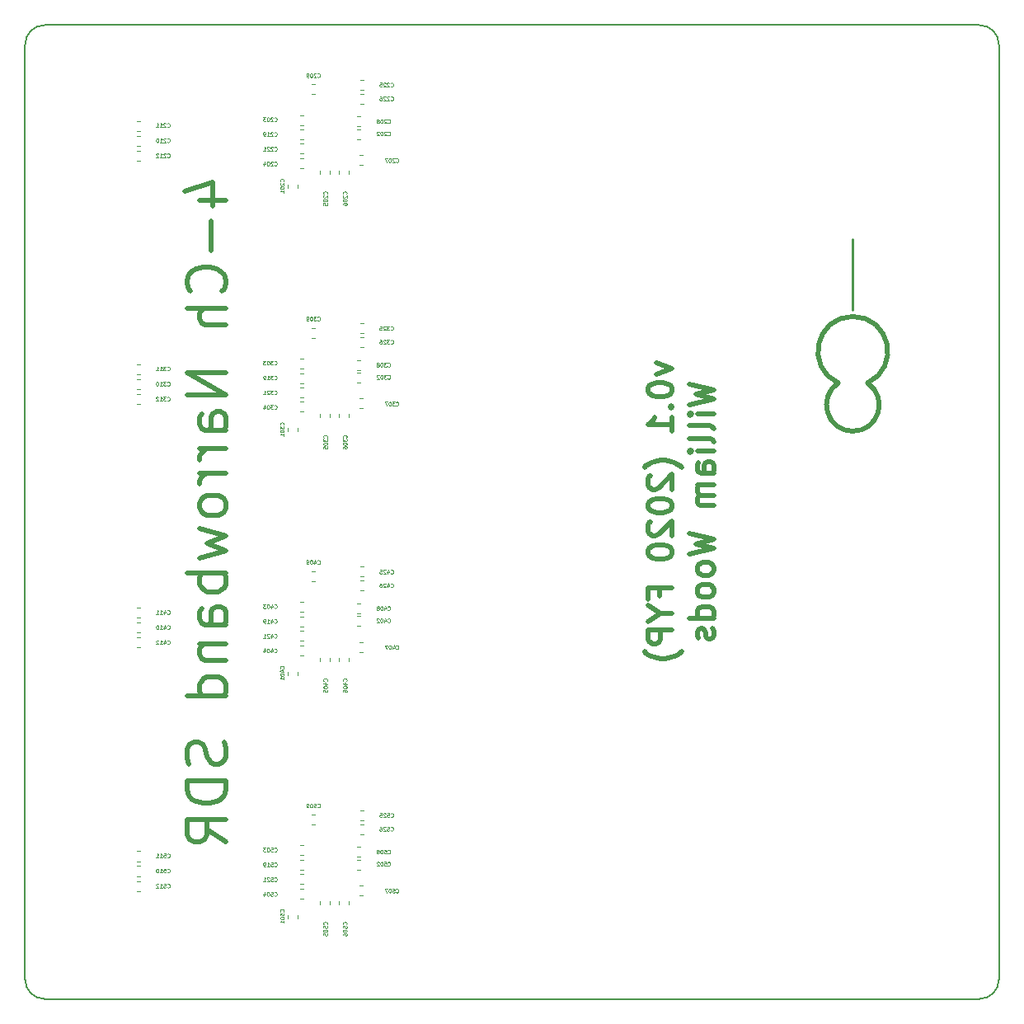
<source format=gbr>
%TF.GenerationSoftware,KiCad,Pcbnew,5.0.2-bee76a0~70~ubuntu18.04.1*%
%TF.CreationDate,2020-09-30T14:13:53+10:00*%
%TF.ProjectId,SDR_board,5344525f-626f-4617-9264-2e6b69636164,rev?*%
%TF.SameCoordinates,Original*%
%TF.FileFunction,Legend,Bot*%
%TF.FilePolarity,Positive*%
%FSLAX46Y46*%
G04 Gerber Fmt 4.6, Leading zero omitted, Abs format (unit mm)*
G04 Created by KiCad (PCBNEW 5.0.2-bee76a0~70~ubuntu18.04.1) date Wed 30 Sep 2020 14:13:53 AEST*
%MOMM*%
%LPD*%
G01*
G04 APERTURE LIST*
%ADD10C,0.500000*%
%ADD11C,0.250000*%
%ADD12C,0.150000*%
%ADD13C,0.120000*%
%ADD14C,0.070000*%
G04 APERTURE END LIST*
D10*
X111500000Y-56750000D02*
G75*
G02X108500000Y-56750000I-1500000J-2250000D01*
G01*
X108497180Y-56748697D02*
G75*
G02X111500000Y-56750000I1502820J3248697D01*
G01*
X89789285Y-54702380D02*
X91455952Y-55297619D01*
X89789285Y-55892857D01*
X88955952Y-57321428D02*
X88955952Y-57559523D01*
X89075000Y-57797619D01*
X89194047Y-57916666D01*
X89432142Y-58035714D01*
X89908333Y-58154761D01*
X90503571Y-58154761D01*
X90979761Y-58035714D01*
X91217857Y-57916666D01*
X91336904Y-57797619D01*
X91455952Y-57559523D01*
X91455952Y-57321428D01*
X91336904Y-57083333D01*
X91217857Y-56964285D01*
X90979761Y-56845238D01*
X90503571Y-56726190D01*
X89908333Y-56726190D01*
X89432142Y-56845238D01*
X89194047Y-56964285D01*
X89075000Y-57083333D01*
X88955952Y-57321428D01*
X91217857Y-59226190D02*
X91336904Y-59345238D01*
X91455952Y-59226190D01*
X91336904Y-59107142D01*
X91217857Y-59226190D01*
X91455952Y-59226190D01*
X91455952Y-61726190D02*
X91455952Y-60297619D01*
X91455952Y-61011904D02*
X88955952Y-61011904D01*
X89313095Y-60773809D01*
X89551190Y-60535714D01*
X89670238Y-60297619D01*
X92408333Y-65416666D02*
X92289285Y-65297619D01*
X91932142Y-65059523D01*
X91694047Y-64940476D01*
X91336904Y-64821428D01*
X90741666Y-64702380D01*
X90265476Y-64702380D01*
X89670238Y-64821428D01*
X89313095Y-64940476D01*
X89075000Y-65059523D01*
X88717857Y-65297619D01*
X88598809Y-65416666D01*
X89194047Y-66250000D02*
X89075000Y-66369047D01*
X88955952Y-66607142D01*
X88955952Y-67202380D01*
X89075000Y-67440476D01*
X89194047Y-67559523D01*
X89432142Y-67678571D01*
X89670238Y-67678571D01*
X90027380Y-67559523D01*
X91455952Y-66130952D01*
X91455952Y-67678571D01*
X88955952Y-69226190D02*
X88955952Y-69464285D01*
X89075000Y-69702380D01*
X89194047Y-69821428D01*
X89432142Y-69940476D01*
X89908333Y-70059523D01*
X90503571Y-70059523D01*
X90979761Y-69940476D01*
X91217857Y-69821428D01*
X91336904Y-69702380D01*
X91455952Y-69464285D01*
X91455952Y-69226190D01*
X91336904Y-68988095D01*
X91217857Y-68869047D01*
X90979761Y-68750000D01*
X90503571Y-68630952D01*
X89908333Y-68630952D01*
X89432142Y-68750000D01*
X89194047Y-68869047D01*
X89075000Y-68988095D01*
X88955952Y-69226190D01*
X89194047Y-71011904D02*
X89075000Y-71130952D01*
X88955952Y-71369047D01*
X88955952Y-71964285D01*
X89075000Y-72202380D01*
X89194047Y-72321428D01*
X89432142Y-72440476D01*
X89670238Y-72440476D01*
X90027380Y-72321428D01*
X91455952Y-70892857D01*
X91455952Y-72440476D01*
X88955952Y-73988095D02*
X88955952Y-74226190D01*
X89075000Y-74464285D01*
X89194047Y-74583333D01*
X89432142Y-74702380D01*
X89908333Y-74821428D01*
X90503571Y-74821428D01*
X90979761Y-74702380D01*
X91217857Y-74583333D01*
X91336904Y-74464285D01*
X91455952Y-74226190D01*
X91455952Y-73988095D01*
X91336904Y-73750000D01*
X91217857Y-73630952D01*
X90979761Y-73511904D01*
X90503571Y-73392857D01*
X89908333Y-73392857D01*
X89432142Y-73511904D01*
X89194047Y-73630952D01*
X89075000Y-73750000D01*
X88955952Y-73988095D01*
X90146428Y-78630952D02*
X90146428Y-77797619D01*
X91455952Y-77797619D02*
X88955952Y-77797619D01*
X88955952Y-78988095D01*
X90265476Y-80416666D02*
X91455952Y-80416666D01*
X88955952Y-79583333D02*
X90265476Y-80416666D01*
X88955952Y-81250000D01*
X91455952Y-82083333D02*
X88955952Y-82083333D01*
X88955952Y-83035714D01*
X89075000Y-83273809D01*
X89194047Y-83392857D01*
X89432142Y-83511904D01*
X89789285Y-83511904D01*
X90027380Y-83392857D01*
X90146428Y-83273809D01*
X90265476Y-83035714D01*
X90265476Y-82083333D01*
X92408333Y-84345238D02*
X92289285Y-84464285D01*
X91932142Y-84702380D01*
X91694047Y-84821428D01*
X91336904Y-84940476D01*
X90741666Y-85059523D01*
X90265476Y-85059523D01*
X89670238Y-84940476D01*
X89313095Y-84821428D01*
X89075000Y-84702380D01*
X88717857Y-84464285D01*
X88598809Y-84345238D01*
X93205952Y-56845238D02*
X95705952Y-57440476D01*
X93920238Y-57916666D01*
X95705952Y-58392857D01*
X93205952Y-58988095D01*
X95705952Y-59940476D02*
X94039285Y-59940476D01*
X93205952Y-59940476D02*
X93325000Y-59821428D01*
X93444047Y-59940476D01*
X93325000Y-60059523D01*
X93205952Y-59940476D01*
X93444047Y-59940476D01*
X95705952Y-61488095D02*
X95586904Y-61250000D01*
X95348809Y-61130952D01*
X93205952Y-61130952D01*
X95705952Y-62797619D02*
X95586904Y-62559523D01*
X95348809Y-62440476D01*
X93205952Y-62440476D01*
X95705952Y-63750000D02*
X94039285Y-63750000D01*
X93205952Y-63750000D02*
X93325000Y-63630952D01*
X93444047Y-63750000D01*
X93325000Y-63869047D01*
X93205952Y-63750000D01*
X93444047Y-63750000D01*
X95705952Y-66011904D02*
X94396428Y-66011904D01*
X94158333Y-65892857D01*
X94039285Y-65654761D01*
X94039285Y-65178571D01*
X94158333Y-64940476D01*
X95586904Y-66011904D02*
X95705952Y-65773809D01*
X95705952Y-65178571D01*
X95586904Y-64940476D01*
X95348809Y-64821428D01*
X95110714Y-64821428D01*
X94872619Y-64940476D01*
X94753571Y-65178571D01*
X94753571Y-65773809D01*
X94634523Y-66011904D01*
X95705952Y-67202380D02*
X94039285Y-67202380D01*
X94277380Y-67202380D02*
X94158333Y-67321428D01*
X94039285Y-67559523D01*
X94039285Y-67916666D01*
X94158333Y-68154761D01*
X94396428Y-68273809D01*
X95705952Y-68273809D01*
X94396428Y-68273809D02*
X94158333Y-68392857D01*
X94039285Y-68630952D01*
X94039285Y-68988095D01*
X94158333Y-69226190D01*
X94396428Y-69345238D01*
X95705952Y-69345238D01*
X93205952Y-72202380D02*
X95705952Y-72797619D01*
X93920238Y-73273809D01*
X95705952Y-73750000D01*
X93205952Y-74345238D01*
X95705952Y-75654761D02*
X95586904Y-75416666D01*
X95467857Y-75297619D01*
X95229761Y-75178571D01*
X94515476Y-75178571D01*
X94277380Y-75297619D01*
X94158333Y-75416666D01*
X94039285Y-75654761D01*
X94039285Y-76011904D01*
X94158333Y-76250000D01*
X94277380Y-76369047D01*
X94515476Y-76488095D01*
X95229761Y-76488095D01*
X95467857Y-76369047D01*
X95586904Y-76250000D01*
X95705952Y-76011904D01*
X95705952Y-75654761D01*
X95705952Y-77916666D02*
X95586904Y-77678571D01*
X95467857Y-77559523D01*
X95229761Y-77440476D01*
X94515476Y-77440476D01*
X94277380Y-77559523D01*
X94158333Y-77678571D01*
X94039285Y-77916666D01*
X94039285Y-78273809D01*
X94158333Y-78511904D01*
X94277380Y-78630952D01*
X94515476Y-78750000D01*
X95229761Y-78750000D01*
X95467857Y-78630952D01*
X95586904Y-78511904D01*
X95705952Y-78273809D01*
X95705952Y-77916666D01*
X95705952Y-80892857D02*
X93205952Y-80892857D01*
X95586904Y-80892857D02*
X95705952Y-80654761D01*
X95705952Y-80178571D01*
X95586904Y-79940476D01*
X95467857Y-79821428D01*
X95229761Y-79702380D01*
X94515476Y-79702380D01*
X94277380Y-79821428D01*
X94158333Y-79940476D01*
X94039285Y-80178571D01*
X94039285Y-80654761D01*
X94158333Y-80892857D01*
X95586904Y-81964285D02*
X95705952Y-82202380D01*
X95705952Y-82678571D01*
X95586904Y-82916666D01*
X95348809Y-83035714D01*
X95229761Y-83035714D01*
X94991666Y-82916666D01*
X94872619Y-82678571D01*
X94872619Y-82321428D01*
X94753571Y-82083333D01*
X94515476Y-81964285D01*
X94396428Y-81964285D01*
X94158333Y-82083333D01*
X94039285Y-82321428D01*
X94039285Y-82678571D01*
X94158333Y-82916666D01*
D11*
X110000000Y-49250000D02*
X110000000Y-42000000D01*
D10*
X42942857Y-38000000D02*
X45609523Y-38000000D01*
X41419047Y-37047619D02*
X44276190Y-36095238D01*
X44276190Y-38571428D01*
X44085714Y-40095238D02*
X44085714Y-43142857D01*
X45228571Y-47333333D02*
X45419047Y-47142857D01*
X45609523Y-46571428D01*
X45609523Y-46190476D01*
X45419047Y-45619047D01*
X45038095Y-45238095D01*
X44657142Y-45047619D01*
X43895238Y-44857142D01*
X43323809Y-44857142D01*
X42561904Y-45047619D01*
X42180952Y-45238095D01*
X41800000Y-45619047D01*
X41609523Y-46190476D01*
X41609523Y-46571428D01*
X41800000Y-47142857D01*
X41990476Y-47333333D01*
X45609523Y-49047619D02*
X41609523Y-49047619D01*
X45609523Y-50761904D02*
X43514285Y-50761904D01*
X43133333Y-50571428D01*
X42942857Y-50190476D01*
X42942857Y-49619047D01*
X43133333Y-49238095D01*
X43323809Y-49047619D01*
X45609523Y-55714285D02*
X41609523Y-55714285D01*
X45609523Y-58000000D01*
X41609523Y-58000000D01*
X45609523Y-61619047D02*
X43514285Y-61619047D01*
X43133333Y-61428571D01*
X42942857Y-61047619D01*
X42942857Y-60285714D01*
X43133333Y-59904761D01*
X45419047Y-61619047D02*
X45609523Y-61238095D01*
X45609523Y-60285714D01*
X45419047Y-59904761D01*
X45038095Y-59714285D01*
X44657142Y-59714285D01*
X44276190Y-59904761D01*
X44085714Y-60285714D01*
X44085714Y-61238095D01*
X43895238Y-61619047D01*
X45609523Y-63523809D02*
X42942857Y-63523809D01*
X43704761Y-63523809D02*
X43323809Y-63714285D01*
X43133333Y-63904761D01*
X42942857Y-64285714D01*
X42942857Y-64666666D01*
X45609523Y-66000000D02*
X42942857Y-66000000D01*
X43704761Y-66000000D02*
X43323809Y-66190476D01*
X43133333Y-66380952D01*
X42942857Y-66761904D01*
X42942857Y-67142857D01*
X45609523Y-69047619D02*
X45419047Y-68666666D01*
X45228571Y-68476190D01*
X44847619Y-68285714D01*
X43704761Y-68285714D01*
X43323809Y-68476190D01*
X43133333Y-68666666D01*
X42942857Y-69047619D01*
X42942857Y-69619047D01*
X43133333Y-70000000D01*
X43323809Y-70190476D01*
X43704761Y-70380952D01*
X44847619Y-70380952D01*
X45228571Y-70190476D01*
X45419047Y-70000000D01*
X45609523Y-69619047D01*
X45609523Y-69047619D01*
X42942857Y-71714285D02*
X45609523Y-72476190D01*
X43704761Y-73238095D01*
X45609523Y-74000000D01*
X42942857Y-74761904D01*
X45609523Y-76285714D02*
X41609523Y-76285714D01*
X43133333Y-76285714D02*
X42942857Y-76666666D01*
X42942857Y-77428571D01*
X43133333Y-77809523D01*
X43323809Y-78000000D01*
X43704761Y-78190476D01*
X44847619Y-78190476D01*
X45228571Y-78000000D01*
X45419047Y-77809523D01*
X45609523Y-77428571D01*
X45609523Y-76666666D01*
X45419047Y-76285714D01*
X45609523Y-81619047D02*
X43514285Y-81619047D01*
X43133333Y-81428571D01*
X42942857Y-81047619D01*
X42942857Y-80285714D01*
X43133333Y-79904761D01*
X45419047Y-81619047D02*
X45609523Y-81238095D01*
X45609523Y-80285714D01*
X45419047Y-79904761D01*
X45038095Y-79714285D01*
X44657142Y-79714285D01*
X44276190Y-79904761D01*
X44085714Y-80285714D01*
X44085714Y-81238095D01*
X43895238Y-81619047D01*
X42942857Y-83523809D02*
X45609523Y-83523809D01*
X43323809Y-83523809D02*
X43133333Y-83714285D01*
X42942857Y-84095238D01*
X42942857Y-84666666D01*
X43133333Y-85047619D01*
X43514285Y-85238095D01*
X45609523Y-85238095D01*
X45609523Y-88857142D02*
X41609523Y-88857142D01*
X45419047Y-88857142D02*
X45609523Y-88476190D01*
X45609523Y-87714285D01*
X45419047Y-87333333D01*
X45228571Y-87142857D01*
X44847619Y-86952380D01*
X43704761Y-86952380D01*
X43323809Y-87142857D01*
X43133333Y-87333333D01*
X42942857Y-87714285D01*
X42942857Y-88476190D01*
X43133333Y-88857142D01*
X45419047Y-93619047D02*
X45609523Y-94190476D01*
X45609523Y-95142857D01*
X45419047Y-95523809D01*
X45228571Y-95714285D01*
X44847619Y-95904761D01*
X44466666Y-95904761D01*
X44085714Y-95714285D01*
X43895238Y-95523809D01*
X43704761Y-95142857D01*
X43514285Y-94380952D01*
X43323809Y-94000000D01*
X43133333Y-93809523D01*
X42752380Y-93619047D01*
X42371428Y-93619047D01*
X41990476Y-93809523D01*
X41800000Y-94000000D01*
X41609523Y-94380952D01*
X41609523Y-95333333D01*
X41800000Y-95904761D01*
X45609523Y-97619047D02*
X41609523Y-97619047D01*
X41609523Y-98571428D01*
X41800000Y-99142857D01*
X42180952Y-99523809D01*
X42561904Y-99714285D01*
X43323809Y-99904761D01*
X43895238Y-99904761D01*
X44657142Y-99714285D01*
X45038095Y-99523809D01*
X45419047Y-99142857D01*
X45609523Y-98571428D01*
X45609523Y-97619047D01*
X45609523Y-103904761D02*
X43704761Y-102571428D01*
X45609523Y-101619047D02*
X41609523Y-101619047D01*
X41609523Y-103142857D01*
X41800000Y-103523809D01*
X41990476Y-103714285D01*
X42371428Y-103904761D01*
X42942857Y-103904761D01*
X43323809Y-103714285D01*
X43514285Y-103523809D01*
X43704761Y-103142857D01*
X43704761Y-101619047D01*
D12*
X27000000Y-120000000D02*
G75*
G02X25000000Y-118000000I0J2000000D01*
G01*
X125000000Y-118000000D02*
G75*
G02X123000000Y-120000000I-2000000J0D01*
G01*
X123000000Y-20000000D02*
G75*
G02X125000000Y-22000000I0J-2000000D01*
G01*
X25000000Y-22000000D02*
G75*
G02X27000000Y-20000000I2000000J0D01*
G01*
X25000000Y-117999999D02*
X25000000Y-21999999D01*
X123000000Y-120000000D02*
X27000000Y-120000000D01*
X125000000Y-22000000D02*
X125000000Y-118000000D01*
X27000000Y-20000000D02*
X123000000Y-20000000D01*
D13*
X52965000Y-36746267D02*
X52965000Y-36403733D01*
X51945000Y-36746267D02*
X51945000Y-36403733D01*
X59103733Y-30690000D02*
X59446267Y-30690000D01*
X59103733Y-31710000D02*
X59446267Y-31710000D01*
X53203733Y-30260000D02*
X53546267Y-30260000D01*
X53203733Y-29240000D02*
X53546267Y-29240000D01*
X53203733Y-34710000D02*
X53546267Y-34710000D01*
X53203733Y-33690000D02*
X53546267Y-33690000D01*
X56310000Y-35296267D02*
X56310000Y-34953733D01*
X55290000Y-35296267D02*
X55290000Y-34953733D01*
X57240000Y-35296267D02*
X57240000Y-34953733D01*
X58260000Y-35296267D02*
X58260000Y-34953733D01*
X59696267Y-33340000D02*
X59353733Y-33340000D01*
X59696267Y-34360000D02*
X59353733Y-34360000D01*
X59446267Y-30410000D02*
X59103733Y-30410000D01*
X59446267Y-29390000D02*
X59103733Y-29390000D01*
X54746267Y-26090000D02*
X54403733Y-26090000D01*
X54746267Y-27110000D02*
X54403733Y-27110000D01*
X36846267Y-32385000D02*
X36503733Y-32385000D01*
X36846267Y-31365000D02*
X36503733Y-31365000D01*
X36503733Y-30860000D02*
X36846267Y-30860000D01*
X36503733Y-29840000D02*
X36846267Y-29840000D01*
X36846267Y-32890000D02*
X36503733Y-32890000D01*
X36846267Y-33910000D02*
X36503733Y-33910000D01*
X53203733Y-31760000D02*
X53546267Y-31760000D01*
X53203733Y-30740000D02*
X53546267Y-30740000D01*
X53203733Y-33210000D02*
X53546267Y-33210000D01*
X53203733Y-32190000D02*
X53546267Y-32190000D01*
X59750225Y-26633370D02*
X59407691Y-26633370D01*
X59750225Y-25613370D02*
X59407691Y-25613370D01*
X59750225Y-27063370D02*
X59407691Y-27063370D01*
X59750225Y-28083370D02*
X59407691Y-28083370D01*
X52965000Y-61746267D02*
X52965000Y-61403733D01*
X51945000Y-61746267D02*
X51945000Y-61403733D01*
X59103733Y-55690000D02*
X59446267Y-55690000D01*
X59103733Y-56710000D02*
X59446267Y-56710000D01*
X53203733Y-54240000D02*
X53546267Y-54240000D01*
X53203733Y-55260000D02*
X53546267Y-55260000D01*
X53203733Y-59710000D02*
X53546267Y-59710000D01*
X53203733Y-58690000D02*
X53546267Y-58690000D01*
X55290000Y-60296267D02*
X55290000Y-59953733D01*
X56310000Y-60296267D02*
X56310000Y-59953733D01*
X58260000Y-60296267D02*
X58260000Y-59953733D01*
X57240000Y-60296267D02*
X57240000Y-59953733D01*
X59696267Y-59360000D02*
X59353733Y-59360000D01*
X59696267Y-58340000D02*
X59353733Y-58340000D01*
X59446267Y-54390000D02*
X59103733Y-54390000D01*
X59446267Y-55410000D02*
X59103733Y-55410000D01*
X54746267Y-52110000D02*
X54403733Y-52110000D01*
X54746267Y-51090000D02*
X54403733Y-51090000D01*
X36846267Y-56365000D02*
X36503733Y-56365000D01*
X36846267Y-57385000D02*
X36503733Y-57385000D01*
X36503733Y-54840000D02*
X36846267Y-54840000D01*
X36503733Y-55860000D02*
X36846267Y-55860000D01*
X36846267Y-58910000D02*
X36503733Y-58910000D01*
X36846267Y-57890000D02*
X36503733Y-57890000D01*
X53203733Y-55740000D02*
X53546267Y-55740000D01*
X53203733Y-56760000D02*
X53546267Y-56760000D01*
X53203733Y-57190000D02*
X53546267Y-57190000D01*
X53203733Y-58210000D02*
X53546267Y-58210000D01*
X59750225Y-50613370D02*
X59407691Y-50613370D01*
X59750225Y-51633370D02*
X59407691Y-51633370D01*
X59750225Y-52063370D02*
X59407691Y-52063370D01*
X59750225Y-53083370D02*
X59407691Y-53083370D01*
X52965000Y-86746267D02*
X52965000Y-86403733D01*
X51945000Y-86746267D02*
X51945000Y-86403733D01*
X59103733Y-80690000D02*
X59446267Y-80690000D01*
X59103733Y-81710000D02*
X59446267Y-81710000D01*
X53203733Y-79240000D02*
X53546267Y-79240000D01*
X53203733Y-80260000D02*
X53546267Y-80260000D01*
X53203733Y-84710000D02*
X53546267Y-84710000D01*
X53203733Y-83690000D02*
X53546267Y-83690000D01*
X55290000Y-85296267D02*
X55290000Y-84953733D01*
X56310000Y-85296267D02*
X56310000Y-84953733D01*
X58260000Y-85296267D02*
X58260000Y-84953733D01*
X57240000Y-85296267D02*
X57240000Y-84953733D01*
X59696267Y-84360000D02*
X59353733Y-84360000D01*
X59696267Y-83340000D02*
X59353733Y-83340000D01*
X59446267Y-79390000D02*
X59103733Y-79390000D01*
X59446267Y-80410000D02*
X59103733Y-80410000D01*
X54746267Y-77110000D02*
X54403733Y-77110000D01*
X54746267Y-76090000D02*
X54403733Y-76090000D01*
X36846267Y-82385000D02*
X36503733Y-82385000D01*
X36846267Y-81365000D02*
X36503733Y-81365000D01*
X36503733Y-79840000D02*
X36846267Y-79840000D01*
X36503733Y-80860000D02*
X36846267Y-80860000D01*
X36846267Y-83910000D02*
X36503733Y-83910000D01*
X36846267Y-82890000D02*
X36503733Y-82890000D01*
X53203733Y-81760000D02*
X53546267Y-81760000D01*
X53203733Y-80740000D02*
X53546267Y-80740000D01*
X53203733Y-83210000D02*
X53546267Y-83210000D01*
X53203733Y-82190000D02*
X53546267Y-82190000D01*
X59750225Y-75613370D02*
X59407691Y-75613370D01*
X59750225Y-76633370D02*
X59407691Y-76633370D01*
X59750225Y-77063370D02*
X59407691Y-77063370D01*
X59750225Y-78083370D02*
X59407691Y-78083370D01*
X52965000Y-111746267D02*
X52965000Y-111403733D01*
X51945000Y-111746267D02*
X51945000Y-111403733D01*
X59103733Y-105690000D02*
X59446267Y-105690000D01*
X59103733Y-106710000D02*
X59446267Y-106710000D01*
X53203733Y-104240000D02*
X53546267Y-104240000D01*
X53203733Y-105260000D02*
X53546267Y-105260000D01*
X53203733Y-109710000D02*
X53546267Y-109710000D01*
X53203733Y-108690000D02*
X53546267Y-108690000D01*
X55290000Y-110296267D02*
X55290000Y-109953733D01*
X56310000Y-110296267D02*
X56310000Y-109953733D01*
X58260000Y-110296267D02*
X58260000Y-109953733D01*
X57240000Y-110296267D02*
X57240000Y-109953733D01*
X59696267Y-109360000D02*
X59353733Y-109360000D01*
X59696267Y-108340000D02*
X59353733Y-108340000D01*
X59446267Y-104390000D02*
X59103733Y-104390000D01*
X59446267Y-105410000D02*
X59103733Y-105410000D01*
X54746267Y-102110000D02*
X54403733Y-102110000D01*
X54746267Y-101090000D02*
X54403733Y-101090000D01*
X36846267Y-106365000D02*
X36503733Y-106365000D01*
X36846267Y-107385000D02*
X36503733Y-107385000D01*
X36503733Y-104840000D02*
X36846267Y-104840000D01*
X36503733Y-105860000D02*
X36846267Y-105860000D01*
X36846267Y-108910000D02*
X36503733Y-108910000D01*
X36846267Y-107890000D02*
X36503733Y-107890000D01*
X53203733Y-106760000D02*
X53546267Y-106760000D01*
X53203733Y-105740000D02*
X53546267Y-105740000D01*
X53203733Y-108210000D02*
X53546267Y-108210000D01*
X53203733Y-107190000D02*
X53546267Y-107190000D01*
X59750225Y-101633370D02*
X59407691Y-101633370D01*
X59750225Y-100613370D02*
X59407691Y-100613370D01*
X59750225Y-102063370D02*
X59407691Y-102063370D01*
X59750225Y-103083370D02*
X59407691Y-103083370D01*
D14*
X51542857Y-36052380D02*
X51561904Y-36033333D01*
X51580952Y-35976190D01*
X51580952Y-35938095D01*
X51561904Y-35880952D01*
X51523809Y-35842857D01*
X51485714Y-35823809D01*
X51409523Y-35804761D01*
X51352380Y-35804761D01*
X51276190Y-35823809D01*
X51238095Y-35842857D01*
X51200000Y-35880952D01*
X51180952Y-35938095D01*
X51180952Y-35976190D01*
X51200000Y-36033333D01*
X51219047Y-36052380D01*
X51219047Y-36204761D02*
X51200000Y-36223809D01*
X51180952Y-36261904D01*
X51180952Y-36357142D01*
X51200000Y-36395238D01*
X51219047Y-36414285D01*
X51257142Y-36433333D01*
X51295238Y-36433333D01*
X51352380Y-36414285D01*
X51580952Y-36185714D01*
X51580952Y-36433333D01*
X51180952Y-36680952D02*
X51180952Y-36719047D01*
X51200000Y-36757142D01*
X51219047Y-36776190D01*
X51257142Y-36795238D01*
X51333333Y-36814285D01*
X51428571Y-36814285D01*
X51504761Y-36795238D01*
X51542857Y-36776190D01*
X51561904Y-36757142D01*
X51580952Y-36719047D01*
X51580952Y-36680952D01*
X51561904Y-36642857D01*
X51542857Y-36623809D01*
X51504761Y-36604761D01*
X51428571Y-36585714D01*
X51333333Y-36585714D01*
X51257142Y-36604761D01*
X51219047Y-36623809D01*
X51200000Y-36642857D01*
X51180952Y-36680952D01*
X51580952Y-37195238D02*
X51580952Y-36966666D01*
X51580952Y-37080952D02*
X51180952Y-37080952D01*
X51238095Y-37042857D01*
X51276190Y-37004761D01*
X51295238Y-36966666D01*
X62247619Y-31292857D02*
X62266666Y-31311904D01*
X62323809Y-31330952D01*
X62361904Y-31330952D01*
X62419047Y-31311904D01*
X62457142Y-31273809D01*
X62476190Y-31235714D01*
X62495238Y-31159523D01*
X62495238Y-31102380D01*
X62476190Y-31026190D01*
X62457142Y-30988095D01*
X62419047Y-30950000D01*
X62361904Y-30930952D01*
X62323809Y-30930952D01*
X62266666Y-30950000D01*
X62247619Y-30969047D01*
X62095238Y-30969047D02*
X62076190Y-30950000D01*
X62038095Y-30930952D01*
X61942857Y-30930952D01*
X61904761Y-30950000D01*
X61885714Y-30969047D01*
X61866666Y-31007142D01*
X61866666Y-31045238D01*
X61885714Y-31102380D01*
X62114285Y-31330952D01*
X61866666Y-31330952D01*
X61619047Y-30930952D02*
X61580952Y-30930952D01*
X61542857Y-30950000D01*
X61523809Y-30969047D01*
X61504761Y-31007142D01*
X61485714Y-31083333D01*
X61485714Y-31178571D01*
X61504761Y-31254761D01*
X61523809Y-31292857D01*
X61542857Y-31311904D01*
X61580952Y-31330952D01*
X61619047Y-31330952D01*
X61657142Y-31311904D01*
X61676190Y-31292857D01*
X61695238Y-31254761D01*
X61714285Y-31178571D01*
X61714285Y-31083333D01*
X61695238Y-31007142D01*
X61676190Y-30969047D01*
X61657142Y-30950000D01*
X61619047Y-30930952D01*
X61333333Y-30969047D02*
X61314285Y-30950000D01*
X61276190Y-30930952D01*
X61180952Y-30930952D01*
X61142857Y-30950000D01*
X61123809Y-30969047D01*
X61104761Y-31007142D01*
X61104761Y-31045238D01*
X61123809Y-31102380D01*
X61352380Y-31330952D01*
X61104761Y-31330952D01*
X50597619Y-29842857D02*
X50616666Y-29861904D01*
X50673809Y-29880952D01*
X50711904Y-29880952D01*
X50769047Y-29861904D01*
X50807142Y-29823809D01*
X50826190Y-29785714D01*
X50845238Y-29709523D01*
X50845238Y-29652380D01*
X50826190Y-29576190D01*
X50807142Y-29538095D01*
X50769047Y-29500000D01*
X50711904Y-29480952D01*
X50673809Y-29480952D01*
X50616666Y-29500000D01*
X50597619Y-29519047D01*
X50445238Y-29519047D02*
X50426190Y-29500000D01*
X50388095Y-29480952D01*
X50292857Y-29480952D01*
X50254761Y-29500000D01*
X50235714Y-29519047D01*
X50216666Y-29557142D01*
X50216666Y-29595238D01*
X50235714Y-29652380D01*
X50464285Y-29880952D01*
X50216666Y-29880952D01*
X49969047Y-29480952D02*
X49930952Y-29480952D01*
X49892857Y-29500000D01*
X49873809Y-29519047D01*
X49854761Y-29557142D01*
X49835714Y-29633333D01*
X49835714Y-29728571D01*
X49854761Y-29804761D01*
X49873809Y-29842857D01*
X49892857Y-29861904D01*
X49930952Y-29880952D01*
X49969047Y-29880952D01*
X50007142Y-29861904D01*
X50026190Y-29842857D01*
X50045238Y-29804761D01*
X50064285Y-29728571D01*
X50064285Y-29633333D01*
X50045238Y-29557142D01*
X50026190Y-29519047D01*
X50007142Y-29500000D01*
X49969047Y-29480952D01*
X49702380Y-29480952D02*
X49454761Y-29480952D01*
X49588095Y-29633333D01*
X49530952Y-29633333D01*
X49492857Y-29652380D01*
X49473809Y-29671428D01*
X49454761Y-29709523D01*
X49454761Y-29804761D01*
X49473809Y-29842857D01*
X49492857Y-29861904D01*
X49530952Y-29880952D01*
X49645238Y-29880952D01*
X49683333Y-29861904D01*
X49702380Y-29842857D01*
X50597619Y-34392857D02*
X50616666Y-34411904D01*
X50673809Y-34430952D01*
X50711904Y-34430952D01*
X50769047Y-34411904D01*
X50807142Y-34373809D01*
X50826190Y-34335714D01*
X50845238Y-34259523D01*
X50845238Y-34202380D01*
X50826190Y-34126190D01*
X50807142Y-34088095D01*
X50769047Y-34050000D01*
X50711904Y-34030952D01*
X50673809Y-34030952D01*
X50616666Y-34050000D01*
X50597619Y-34069047D01*
X50445238Y-34069047D02*
X50426190Y-34050000D01*
X50388095Y-34030952D01*
X50292857Y-34030952D01*
X50254761Y-34050000D01*
X50235714Y-34069047D01*
X50216666Y-34107142D01*
X50216666Y-34145238D01*
X50235714Y-34202380D01*
X50464285Y-34430952D01*
X50216666Y-34430952D01*
X49969047Y-34030952D02*
X49930952Y-34030952D01*
X49892857Y-34050000D01*
X49873809Y-34069047D01*
X49854761Y-34107142D01*
X49835714Y-34183333D01*
X49835714Y-34278571D01*
X49854761Y-34354761D01*
X49873809Y-34392857D01*
X49892857Y-34411904D01*
X49930952Y-34430952D01*
X49969047Y-34430952D01*
X50007142Y-34411904D01*
X50026190Y-34392857D01*
X50045238Y-34354761D01*
X50064285Y-34278571D01*
X50064285Y-34183333D01*
X50045238Y-34107142D01*
X50026190Y-34069047D01*
X50007142Y-34050000D01*
X49969047Y-34030952D01*
X49492857Y-34164285D02*
X49492857Y-34430952D01*
X49588095Y-34011904D02*
X49683333Y-34297619D01*
X49435714Y-34297619D01*
X55992857Y-37352380D02*
X56011904Y-37333333D01*
X56030952Y-37276190D01*
X56030952Y-37238095D01*
X56011904Y-37180952D01*
X55973809Y-37142857D01*
X55935714Y-37123809D01*
X55859523Y-37104761D01*
X55802380Y-37104761D01*
X55726190Y-37123809D01*
X55688095Y-37142857D01*
X55650000Y-37180952D01*
X55630952Y-37238095D01*
X55630952Y-37276190D01*
X55650000Y-37333333D01*
X55669047Y-37352380D01*
X55669047Y-37504761D02*
X55650000Y-37523809D01*
X55630952Y-37561904D01*
X55630952Y-37657142D01*
X55650000Y-37695238D01*
X55669047Y-37714285D01*
X55707142Y-37733333D01*
X55745238Y-37733333D01*
X55802380Y-37714285D01*
X56030952Y-37485714D01*
X56030952Y-37733333D01*
X55630952Y-37980952D02*
X55630952Y-38019047D01*
X55650000Y-38057142D01*
X55669047Y-38076190D01*
X55707142Y-38095238D01*
X55783333Y-38114285D01*
X55878571Y-38114285D01*
X55954761Y-38095238D01*
X55992857Y-38076190D01*
X56011904Y-38057142D01*
X56030952Y-38019047D01*
X56030952Y-37980952D01*
X56011904Y-37942857D01*
X55992857Y-37923809D01*
X55954761Y-37904761D01*
X55878571Y-37885714D01*
X55783333Y-37885714D01*
X55707142Y-37904761D01*
X55669047Y-37923809D01*
X55650000Y-37942857D01*
X55630952Y-37980952D01*
X55630952Y-38476190D02*
X55630952Y-38285714D01*
X55821428Y-38266666D01*
X55802380Y-38285714D01*
X55783333Y-38323809D01*
X55783333Y-38419047D01*
X55802380Y-38457142D01*
X55821428Y-38476190D01*
X55859523Y-38495238D01*
X55954761Y-38495238D01*
X55992857Y-38476190D01*
X56011904Y-38457142D01*
X56030952Y-38419047D01*
X56030952Y-38323809D01*
X56011904Y-38285714D01*
X55992857Y-38266666D01*
X57992857Y-37352380D02*
X58011904Y-37333333D01*
X58030952Y-37276190D01*
X58030952Y-37238095D01*
X58011904Y-37180952D01*
X57973809Y-37142857D01*
X57935714Y-37123809D01*
X57859523Y-37104761D01*
X57802380Y-37104761D01*
X57726190Y-37123809D01*
X57688095Y-37142857D01*
X57650000Y-37180952D01*
X57630952Y-37238095D01*
X57630952Y-37276190D01*
X57650000Y-37333333D01*
X57669047Y-37352380D01*
X57669047Y-37504761D02*
X57650000Y-37523809D01*
X57630952Y-37561904D01*
X57630952Y-37657142D01*
X57650000Y-37695238D01*
X57669047Y-37714285D01*
X57707142Y-37733333D01*
X57745238Y-37733333D01*
X57802380Y-37714285D01*
X58030952Y-37485714D01*
X58030952Y-37733333D01*
X57630952Y-37980952D02*
X57630952Y-38019047D01*
X57650000Y-38057142D01*
X57669047Y-38076190D01*
X57707142Y-38095238D01*
X57783333Y-38114285D01*
X57878571Y-38114285D01*
X57954761Y-38095238D01*
X57992857Y-38076190D01*
X58011904Y-38057142D01*
X58030952Y-38019047D01*
X58030952Y-37980952D01*
X58011904Y-37942857D01*
X57992857Y-37923809D01*
X57954761Y-37904761D01*
X57878571Y-37885714D01*
X57783333Y-37885714D01*
X57707142Y-37904761D01*
X57669047Y-37923809D01*
X57650000Y-37942857D01*
X57630952Y-37980952D01*
X57630952Y-38457142D02*
X57630952Y-38380952D01*
X57650000Y-38342857D01*
X57669047Y-38323809D01*
X57726190Y-38285714D01*
X57802380Y-38266666D01*
X57954761Y-38266666D01*
X57992857Y-38285714D01*
X58011904Y-38304761D01*
X58030952Y-38342857D01*
X58030952Y-38419047D01*
X58011904Y-38457142D01*
X57992857Y-38476190D01*
X57954761Y-38495238D01*
X57859523Y-38495238D01*
X57821428Y-38476190D01*
X57802380Y-38457142D01*
X57783333Y-38419047D01*
X57783333Y-38342857D01*
X57802380Y-38304761D01*
X57821428Y-38285714D01*
X57859523Y-38266666D01*
X63097619Y-34042857D02*
X63116666Y-34061904D01*
X63173809Y-34080952D01*
X63211904Y-34080952D01*
X63269047Y-34061904D01*
X63307142Y-34023809D01*
X63326190Y-33985714D01*
X63345238Y-33909523D01*
X63345238Y-33852380D01*
X63326190Y-33776190D01*
X63307142Y-33738095D01*
X63269047Y-33700000D01*
X63211904Y-33680952D01*
X63173809Y-33680952D01*
X63116666Y-33700000D01*
X63097619Y-33719047D01*
X62945238Y-33719047D02*
X62926190Y-33700000D01*
X62888095Y-33680952D01*
X62792857Y-33680952D01*
X62754761Y-33700000D01*
X62735714Y-33719047D01*
X62716666Y-33757142D01*
X62716666Y-33795238D01*
X62735714Y-33852380D01*
X62964285Y-34080952D01*
X62716666Y-34080952D01*
X62469047Y-33680952D02*
X62430952Y-33680952D01*
X62392857Y-33700000D01*
X62373809Y-33719047D01*
X62354761Y-33757142D01*
X62335714Y-33833333D01*
X62335714Y-33928571D01*
X62354761Y-34004761D01*
X62373809Y-34042857D01*
X62392857Y-34061904D01*
X62430952Y-34080952D01*
X62469047Y-34080952D01*
X62507142Y-34061904D01*
X62526190Y-34042857D01*
X62545238Y-34004761D01*
X62564285Y-33928571D01*
X62564285Y-33833333D01*
X62545238Y-33757142D01*
X62526190Y-33719047D01*
X62507142Y-33700000D01*
X62469047Y-33680952D01*
X62202380Y-33680952D02*
X61935714Y-33680952D01*
X62107142Y-34080952D01*
X62247619Y-30042857D02*
X62266666Y-30061904D01*
X62323809Y-30080952D01*
X62361904Y-30080952D01*
X62419047Y-30061904D01*
X62457142Y-30023809D01*
X62476190Y-29985714D01*
X62495238Y-29909523D01*
X62495238Y-29852380D01*
X62476190Y-29776190D01*
X62457142Y-29738095D01*
X62419047Y-29700000D01*
X62361904Y-29680952D01*
X62323809Y-29680952D01*
X62266666Y-29700000D01*
X62247619Y-29719047D01*
X62095238Y-29719047D02*
X62076190Y-29700000D01*
X62038095Y-29680952D01*
X61942857Y-29680952D01*
X61904761Y-29700000D01*
X61885714Y-29719047D01*
X61866666Y-29757142D01*
X61866666Y-29795238D01*
X61885714Y-29852380D01*
X62114285Y-30080952D01*
X61866666Y-30080952D01*
X61619047Y-29680952D02*
X61580952Y-29680952D01*
X61542857Y-29700000D01*
X61523809Y-29719047D01*
X61504761Y-29757142D01*
X61485714Y-29833333D01*
X61485714Y-29928571D01*
X61504761Y-30004761D01*
X61523809Y-30042857D01*
X61542857Y-30061904D01*
X61580952Y-30080952D01*
X61619047Y-30080952D01*
X61657142Y-30061904D01*
X61676190Y-30042857D01*
X61695238Y-30004761D01*
X61714285Y-29928571D01*
X61714285Y-29833333D01*
X61695238Y-29757142D01*
X61676190Y-29719047D01*
X61657142Y-29700000D01*
X61619047Y-29680952D01*
X61257142Y-29852380D02*
X61295238Y-29833333D01*
X61314285Y-29814285D01*
X61333333Y-29776190D01*
X61333333Y-29757142D01*
X61314285Y-29719047D01*
X61295238Y-29700000D01*
X61257142Y-29680952D01*
X61180952Y-29680952D01*
X61142857Y-29700000D01*
X61123809Y-29719047D01*
X61104761Y-29757142D01*
X61104761Y-29776190D01*
X61123809Y-29814285D01*
X61142857Y-29833333D01*
X61180952Y-29852380D01*
X61257142Y-29852380D01*
X61295238Y-29871428D01*
X61314285Y-29890476D01*
X61333333Y-29928571D01*
X61333333Y-30004761D01*
X61314285Y-30042857D01*
X61295238Y-30061904D01*
X61257142Y-30080952D01*
X61180952Y-30080952D01*
X61142857Y-30061904D01*
X61123809Y-30042857D01*
X61104761Y-30004761D01*
X61104761Y-29928571D01*
X61123809Y-29890476D01*
X61142857Y-29871428D01*
X61180952Y-29852380D01*
X55022619Y-25312857D02*
X55041666Y-25331904D01*
X55098809Y-25350952D01*
X55136904Y-25350952D01*
X55194047Y-25331904D01*
X55232142Y-25293809D01*
X55251190Y-25255714D01*
X55270238Y-25179523D01*
X55270238Y-25122380D01*
X55251190Y-25046190D01*
X55232142Y-25008095D01*
X55194047Y-24970000D01*
X55136904Y-24950952D01*
X55098809Y-24950952D01*
X55041666Y-24970000D01*
X55022619Y-24989047D01*
X54870238Y-24989047D02*
X54851190Y-24970000D01*
X54813095Y-24950952D01*
X54717857Y-24950952D01*
X54679761Y-24970000D01*
X54660714Y-24989047D01*
X54641666Y-25027142D01*
X54641666Y-25065238D01*
X54660714Y-25122380D01*
X54889285Y-25350952D01*
X54641666Y-25350952D01*
X54394047Y-24950952D02*
X54355952Y-24950952D01*
X54317857Y-24970000D01*
X54298809Y-24989047D01*
X54279761Y-25027142D01*
X54260714Y-25103333D01*
X54260714Y-25198571D01*
X54279761Y-25274761D01*
X54298809Y-25312857D01*
X54317857Y-25331904D01*
X54355952Y-25350952D01*
X54394047Y-25350952D01*
X54432142Y-25331904D01*
X54451190Y-25312857D01*
X54470238Y-25274761D01*
X54489285Y-25198571D01*
X54489285Y-25103333D01*
X54470238Y-25027142D01*
X54451190Y-24989047D01*
X54432142Y-24970000D01*
X54394047Y-24950952D01*
X54070238Y-25350952D02*
X53994047Y-25350952D01*
X53955952Y-25331904D01*
X53936904Y-25312857D01*
X53898809Y-25255714D01*
X53879761Y-25179523D01*
X53879761Y-25027142D01*
X53898809Y-24989047D01*
X53917857Y-24970000D01*
X53955952Y-24950952D01*
X54032142Y-24950952D01*
X54070238Y-24970000D01*
X54089285Y-24989047D01*
X54108333Y-25027142D01*
X54108333Y-25122380D01*
X54089285Y-25160476D01*
X54070238Y-25179523D01*
X54032142Y-25198571D01*
X53955952Y-25198571D01*
X53917857Y-25179523D01*
X53898809Y-25160476D01*
X53879761Y-25122380D01*
X39597619Y-31992857D02*
X39616666Y-32011904D01*
X39673809Y-32030952D01*
X39711904Y-32030952D01*
X39769047Y-32011904D01*
X39807142Y-31973809D01*
X39826190Y-31935714D01*
X39845238Y-31859523D01*
X39845238Y-31802380D01*
X39826190Y-31726190D01*
X39807142Y-31688095D01*
X39769047Y-31650000D01*
X39711904Y-31630952D01*
X39673809Y-31630952D01*
X39616666Y-31650000D01*
X39597619Y-31669047D01*
X39445238Y-31669047D02*
X39426190Y-31650000D01*
X39388095Y-31630952D01*
X39292857Y-31630952D01*
X39254761Y-31650000D01*
X39235714Y-31669047D01*
X39216666Y-31707142D01*
X39216666Y-31745238D01*
X39235714Y-31802380D01*
X39464285Y-32030952D01*
X39216666Y-32030952D01*
X38835714Y-32030952D02*
X39064285Y-32030952D01*
X38950000Y-32030952D02*
X38950000Y-31630952D01*
X38988095Y-31688095D01*
X39026190Y-31726190D01*
X39064285Y-31745238D01*
X38588095Y-31630952D02*
X38550000Y-31630952D01*
X38511904Y-31650000D01*
X38492857Y-31669047D01*
X38473809Y-31707142D01*
X38454761Y-31783333D01*
X38454761Y-31878571D01*
X38473809Y-31954761D01*
X38492857Y-31992857D01*
X38511904Y-32011904D01*
X38550000Y-32030952D01*
X38588095Y-32030952D01*
X38626190Y-32011904D01*
X38645238Y-31992857D01*
X38664285Y-31954761D01*
X38683333Y-31878571D01*
X38683333Y-31783333D01*
X38664285Y-31707142D01*
X38645238Y-31669047D01*
X38626190Y-31650000D01*
X38588095Y-31630952D01*
X39597619Y-30442857D02*
X39616666Y-30461904D01*
X39673809Y-30480952D01*
X39711904Y-30480952D01*
X39769047Y-30461904D01*
X39807142Y-30423809D01*
X39826190Y-30385714D01*
X39845238Y-30309523D01*
X39845238Y-30252380D01*
X39826190Y-30176190D01*
X39807142Y-30138095D01*
X39769047Y-30100000D01*
X39711904Y-30080952D01*
X39673809Y-30080952D01*
X39616666Y-30100000D01*
X39597619Y-30119047D01*
X39445238Y-30119047D02*
X39426190Y-30100000D01*
X39388095Y-30080952D01*
X39292857Y-30080952D01*
X39254761Y-30100000D01*
X39235714Y-30119047D01*
X39216666Y-30157142D01*
X39216666Y-30195238D01*
X39235714Y-30252380D01*
X39464285Y-30480952D01*
X39216666Y-30480952D01*
X38835714Y-30480952D02*
X39064285Y-30480952D01*
X38950000Y-30480952D02*
X38950000Y-30080952D01*
X38988095Y-30138095D01*
X39026190Y-30176190D01*
X39064285Y-30195238D01*
X38454761Y-30480952D02*
X38683333Y-30480952D01*
X38569047Y-30480952D02*
X38569047Y-30080952D01*
X38607142Y-30138095D01*
X38645238Y-30176190D01*
X38683333Y-30195238D01*
X39597619Y-33542857D02*
X39616666Y-33561904D01*
X39673809Y-33580952D01*
X39711904Y-33580952D01*
X39769047Y-33561904D01*
X39807142Y-33523809D01*
X39826190Y-33485714D01*
X39845238Y-33409523D01*
X39845238Y-33352380D01*
X39826190Y-33276190D01*
X39807142Y-33238095D01*
X39769047Y-33200000D01*
X39711904Y-33180952D01*
X39673809Y-33180952D01*
X39616666Y-33200000D01*
X39597619Y-33219047D01*
X39445238Y-33219047D02*
X39426190Y-33200000D01*
X39388095Y-33180952D01*
X39292857Y-33180952D01*
X39254761Y-33200000D01*
X39235714Y-33219047D01*
X39216666Y-33257142D01*
X39216666Y-33295238D01*
X39235714Y-33352380D01*
X39464285Y-33580952D01*
X39216666Y-33580952D01*
X38835714Y-33580952D02*
X39064285Y-33580952D01*
X38950000Y-33580952D02*
X38950000Y-33180952D01*
X38988095Y-33238095D01*
X39026190Y-33276190D01*
X39064285Y-33295238D01*
X38683333Y-33219047D02*
X38664285Y-33200000D01*
X38626190Y-33180952D01*
X38530952Y-33180952D01*
X38492857Y-33200000D01*
X38473809Y-33219047D01*
X38454761Y-33257142D01*
X38454761Y-33295238D01*
X38473809Y-33352380D01*
X38702380Y-33580952D01*
X38454761Y-33580952D01*
X50597619Y-31359523D02*
X50616666Y-31378570D01*
X50673809Y-31397618D01*
X50711904Y-31397618D01*
X50769047Y-31378570D01*
X50807142Y-31340475D01*
X50826190Y-31302380D01*
X50845238Y-31226189D01*
X50845238Y-31169046D01*
X50826190Y-31092856D01*
X50807142Y-31054761D01*
X50769047Y-31016666D01*
X50711904Y-30997618D01*
X50673809Y-30997618D01*
X50616666Y-31016666D01*
X50597619Y-31035713D01*
X50445238Y-31035713D02*
X50426190Y-31016666D01*
X50388095Y-30997618D01*
X50292857Y-30997618D01*
X50254761Y-31016666D01*
X50235714Y-31035713D01*
X50216666Y-31073808D01*
X50216666Y-31111904D01*
X50235714Y-31169046D01*
X50464285Y-31397618D01*
X50216666Y-31397618D01*
X49835714Y-31397618D02*
X50064285Y-31397618D01*
X49950000Y-31397618D02*
X49950000Y-30997618D01*
X49988095Y-31054761D01*
X50026190Y-31092856D01*
X50064285Y-31111904D01*
X49645238Y-31397618D02*
X49569047Y-31397618D01*
X49530952Y-31378570D01*
X49511904Y-31359523D01*
X49473809Y-31302380D01*
X49454761Y-31226189D01*
X49454761Y-31073808D01*
X49473809Y-31035713D01*
X49492857Y-31016666D01*
X49530952Y-30997618D01*
X49607142Y-30997618D01*
X49645238Y-31016666D01*
X49664285Y-31035713D01*
X49683333Y-31073808D01*
X49683333Y-31169046D01*
X49664285Y-31207142D01*
X49645238Y-31226189D01*
X49607142Y-31245237D01*
X49530952Y-31245237D01*
X49492857Y-31226189D01*
X49473809Y-31207142D01*
X49454761Y-31169046D01*
X50597619Y-32876189D02*
X50616666Y-32895236D01*
X50673809Y-32914284D01*
X50711904Y-32914284D01*
X50769047Y-32895236D01*
X50807142Y-32857141D01*
X50826190Y-32819046D01*
X50845238Y-32742855D01*
X50845238Y-32685712D01*
X50826190Y-32609522D01*
X50807142Y-32571427D01*
X50769047Y-32533332D01*
X50711904Y-32514284D01*
X50673809Y-32514284D01*
X50616666Y-32533332D01*
X50597619Y-32552379D01*
X50445238Y-32552379D02*
X50426190Y-32533332D01*
X50388095Y-32514284D01*
X50292857Y-32514284D01*
X50254761Y-32533332D01*
X50235714Y-32552379D01*
X50216666Y-32590474D01*
X50216666Y-32628570D01*
X50235714Y-32685712D01*
X50464285Y-32914284D01*
X50216666Y-32914284D01*
X50064285Y-32552379D02*
X50045238Y-32533332D01*
X50007142Y-32514284D01*
X49911904Y-32514284D01*
X49873809Y-32533332D01*
X49854761Y-32552379D01*
X49835714Y-32590474D01*
X49835714Y-32628570D01*
X49854761Y-32685712D01*
X50083333Y-32914284D01*
X49835714Y-32914284D01*
X49454761Y-32914284D02*
X49683333Y-32914284D01*
X49569047Y-32914284D02*
X49569047Y-32514284D01*
X49607142Y-32571427D01*
X49645238Y-32609522D01*
X49683333Y-32628570D01*
X62547619Y-26292857D02*
X62566666Y-26311904D01*
X62623809Y-26330952D01*
X62661904Y-26330952D01*
X62719047Y-26311904D01*
X62757142Y-26273809D01*
X62776190Y-26235714D01*
X62795238Y-26159523D01*
X62795238Y-26102380D01*
X62776190Y-26026190D01*
X62757142Y-25988095D01*
X62719047Y-25950000D01*
X62661904Y-25930952D01*
X62623809Y-25930952D01*
X62566666Y-25950000D01*
X62547619Y-25969047D01*
X62395238Y-25969047D02*
X62376190Y-25950000D01*
X62338095Y-25930952D01*
X62242857Y-25930952D01*
X62204761Y-25950000D01*
X62185714Y-25969047D01*
X62166666Y-26007142D01*
X62166666Y-26045238D01*
X62185714Y-26102380D01*
X62414285Y-26330952D01*
X62166666Y-26330952D01*
X62014285Y-25969047D02*
X61995238Y-25950000D01*
X61957142Y-25930952D01*
X61861904Y-25930952D01*
X61823809Y-25950000D01*
X61804761Y-25969047D01*
X61785714Y-26007142D01*
X61785714Y-26045238D01*
X61804761Y-26102380D01*
X62033333Y-26330952D01*
X61785714Y-26330952D01*
X61423809Y-25930952D02*
X61614285Y-25930952D01*
X61633333Y-26121428D01*
X61614285Y-26102380D01*
X61576190Y-26083333D01*
X61480952Y-26083333D01*
X61442857Y-26102380D01*
X61423809Y-26121428D01*
X61404761Y-26159523D01*
X61404761Y-26254761D01*
X61423809Y-26292857D01*
X61442857Y-26311904D01*
X61480952Y-26330952D01*
X61576190Y-26330952D01*
X61614285Y-26311904D01*
X61633333Y-26292857D01*
X62547619Y-27692857D02*
X62566666Y-27711904D01*
X62623809Y-27730952D01*
X62661904Y-27730952D01*
X62719047Y-27711904D01*
X62757142Y-27673809D01*
X62776190Y-27635714D01*
X62795238Y-27559523D01*
X62795238Y-27502380D01*
X62776190Y-27426190D01*
X62757142Y-27388095D01*
X62719047Y-27350000D01*
X62661904Y-27330952D01*
X62623809Y-27330952D01*
X62566666Y-27350000D01*
X62547619Y-27369047D01*
X62395238Y-27369047D02*
X62376190Y-27350000D01*
X62338095Y-27330952D01*
X62242857Y-27330952D01*
X62204761Y-27350000D01*
X62185714Y-27369047D01*
X62166666Y-27407142D01*
X62166666Y-27445238D01*
X62185714Y-27502380D01*
X62414285Y-27730952D01*
X62166666Y-27730952D01*
X62014285Y-27369047D02*
X61995238Y-27350000D01*
X61957142Y-27330952D01*
X61861904Y-27330952D01*
X61823809Y-27350000D01*
X61804761Y-27369047D01*
X61785714Y-27407142D01*
X61785714Y-27445238D01*
X61804761Y-27502380D01*
X62033333Y-27730952D01*
X61785714Y-27730952D01*
X61442857Y-27330952D02*
X61519047Y-27330952D01*
X61557142Y-27350000D01*
X61576190Y-27369047D01*
X61614285Y-27426190D01*
X61633333Y-27502380D01*
X61633333Y-27654761D01*
X61614285Y-27692857D01*
X61595238Y-27711904D01*
X61557142Y-27730952D01*
X61480952Y-27730952D01*
X61442857Y-27711904D01*
X61423809Y-27692857D01*
X61404761Y-27654761D01*
X61404761Y-27559523D01*
X61423809Y-27521428D01*
X61442857Y-27502380D01*
X61480952Y-27483333D01*
X61557142Y-27483333D01*
X61595238Y-27502380D01*
X61614285Y-27521428D01*
X61633333Y-27559523D01*
X51542857Y-61052380D02*
X51561904Y-61033333D01*
X51580952Y-60976190D01*
X51580952Y-60938095D01*
X51561904Y-60880952D01*
X51523809Y-60842857D01*
X51485714Y-60823809D01*
X51409523Y-60804761D01*
X51352380Y-60804761D01*
X51276190Y-60823809D01*
X51238095Y-60842857D01*
X51200000Y-60880952D01*
X51180952Y-60938095D01*
X51180952Y-60976190D01*
X51200000Y-61033333D01*
X51219047Y-61052380D01*
X51180952Y-61185714D02*
X51180952Y-61433333D01*
X51333333Y-61300000D01*
X51333333Y-61357142D01*
X51352380Y-61395238D01*
X51371428Y-61414285D01*
X51409523Y-61433333D01*
X51504761Y-61433333D01*
X51542857Y-61414285D01*
X51561904Y-61395238D01*
X51580952Y-61357142D01*
X51580952Y-61242857D01*
X51561904Y-61204761D01*
X51542857Y-61185714D01*
X51180952Y-61680952D02*
X51180952Y-61719047D01*
X51200000Y-61757142D01*
X51219047Y-61776190D01*
X51257142Y-61795238D01*
X51333333Y-61814285D01*
X51428571Y-61814285D01*
X51504761Y-61795238D01*
X51542857Y-61776190D01*
X51561904Y-61757142D01*
X51580952Y-61719047D01*
X51580952Y-61680952D01*
X51561904Y-61642857D01*
X51542857Y-61623809D01*
X51504761Y-61604761D01*
X51428571Y-61585714D01*
X51333333Y-61585714D01*
X51257142Y-61604761D01*
X51219047Y-61623809D01*
X51200000Y-61642857D01*
X51180952Y-61680952D01*
X51580952Y-62195238D02*
X51580952Y-61966666D01*
X51580952Y-62080952D02*
X51180952Y-62080952D01*
X51238095Y-62042857D01*
X51276190Y-62004761D01*
X51295238Y-61966666D01*
X62247619Y-56292857D02*
X62266666Y-56311904D01*
X62323809Y-56330952D01*
X62361904Y-56330952D01*
X62419047Y-56311904D01*
X62457142Y-56273809D01*
X62476190Y-56235714D01*
X62495238Y-56159523D01*
X62495238Y-56102380D01*
X62476190Y-56026190D01*
X62457142Y-55988095D01*
X62419047Y-55950000D01*
X62361904Y-55930952D01*
X62323809Y-55930952D01*
X62266666Y-55950000D01*
X62247619Y-55969047D01*
X62114285Y-55930952D02*
X61866666Y-55930952D01*
X62000000Y-56083333D01*
X61942857Y-56083333D01*
X61904761Y-56102380D01*
X61885714Y-56121428D01*
X61866666Y-56159523D01*
X61866666Y-56254761D01*
X61885714Y-56292857D01*
X61904761Y-56311904D01*
X61942857Y-56330952D01*
X62057142Y-56330952D01*
X62095238Y-56311904D01*
X62114285Y-56292857D01*
X61619047Y-55930952D02*
X61580952Y-55930952D01*
X61542857Y-55950000D01*
X61523809Y-55969047D01*
X61504761Y-56007142D01*
X61485714Y-56083333D01*
X61485714Y-56178571D01*
X61504761Y-56254761D01*
X61523809Y-56292857D01*
X61542857Y-56311904D01*
X61580952Y-56330952D01*
X61619047Y-56330952D01*
X61657142Y-56311904D01*
X61676190Y-56292857D01*
X61695238Y-56254761D01*
X61714285Y-56178571D01*
X61714285Y-56083333D01*
X61695238Y-56007142D01*
X61676190Y-55969047D01*
X61657142Y-55950000D01*
X61619047Y-55930952D01*
X61333333Y-55969047D02*
X61314285Y-55950000D01*
X61276190Y-55930952D01*
X61180952Y-55930952D01*
X61142857Y-55950000D01*
X61123809Y-55969047D01*
X61104761Y-56007142D01*
X61104761Y-56045238D01*
X61123809Y-56102380D01*
X61352380Y-56330952D01*
X61104761Y-56330952D01*
X50597619Y-54842857D02*
X50616666Y-54861904D01*
X50673809Y-54880952D01*
X50711904Y-54880952D01*
X50769047Y-54861904D01*
X50807142Y-54823809D01*
X50826190Y-54785714D01*
X50845238Y-54709523D01*
X50845238Y-54652380D01*
X50826190Y-54576190D01*
X50807142Y-54538095D01*
X50769047Y-54500000D01*
X50711904Y-54480952D01*
X50673809Y-54480952D01*
X50616666Y-54500000D01*
X50597619Y-54519047D01*
X50464285Y-54480952D02*
X50216666Y-54480952D01*
X50350000Y-54633333D01*
X50292857Y-54633333D01*
X50254761Y-54652380D01*
X50235714Y-54671428D01*
X50216666Y-54709523D01*
X50216666Y-54804761D01*
X50235714Y-54842857D01*
X50254761Y-54861904D01*
X50292857Y-54880952D01*
X50407142Y-54880952D01*
X50445238Y-54861904D01*
X50464285Y-54842857D01*
X49969047Y-54480952D02*
X49930952Y-54480952D01*
X49892857Y-54500000D01*
X49873809Y-54519047D01*
X49854761Y-54557142D01*
X49835714Y-54633333D01*
X49835714Y-54728571D01*
X49854761Y-54804761D01*
X49873809Y-54842857D01*
X49892857Y-54861904D01*
X49930952Y-54880952D01*
X49969047Y-54880952D01*
X50007142Y-54861904D01*
X50026190Y-54842857D01*
X50045238Y-54804761D01*
X50064285Y-54728571D01*
X50064285Y-54633333D01*
X50045238Y-54557142D01*
X50026190Y-54519047D01*
X50007142Y-54500000D01*
X49969047Y-54480952D01*
X49702380Y-54480952D02*
X49454761Y-54480952D01*
X49588095Y-54633333D01*
X49530952Y-54633333D01*
X49492857Y-54652380D01*
X49473809Y-54671428D01*
X49454761Y-54709523D01*
X49454761Y-54804761D01*
X49473809Y-54842857D01*
X49492857Y-54861904D01*
X49530952Y-54880952D01*
X49645238Y-54880952D01*
X49683333Y-54861904D01*
X49702380Y-54842857D01*
X50597619Y-59392857D02*
X50616666Y-59411904D01*
X50673809Y-59430952D01*
X50711904Y-59430952D01*
X50769047Y-59411904D01*
X50807142Y-59373809D01*
X50826190Y-59335714D01*
X50845238Y-59259523D01*
X50845238Y-59202380D01*
X50826190Y-59126190D01*
X50807142Y-59088095D01*
X50769047Y-59050000D01*
X50711904Y-59030952D01*
X50673809Y-59030952D01*
X50616666Y-59050000D01*
X50597619Y-59069047D01*
X50464285Y-59030952D02*
X50216666Y-59030952D01*
X50350000Y-59183333D01*
X50292857Y-59183333D01*
X50254761Y-59202380D01*
X50235714Y-59221428D01*
X50216666Y-59259523D01*
X50216666Y-59354761D01*
X50235714Y-59392857D01*
X50254761Y-59411904D01*
X50292857Y-59430952D01*
X50407142Y-59430952D01*
X50445238Y-59411904D01*
X50464285Y-59392857D01*
X49969047Y-59030952D02*
X49930952Y-59030952D01*
X49892857Y-59050000D01*
X49873809Y-59069047D01*
X49854761Y-59107142D01*
X49835714Y-59183333D01*
X49835714Y-59278571D01*
X49854761Y-59354761D01*
X49873809Y-59392857D01*
X49892857Y-59411904D01*
X49930952Y-59430952D01*
X49969047Y-59430952D01*
X50007142Y-59411904D01*
X50026190Y-59392857D01*
X50045238Y-59354761D01*
X50064285Y-59278571D01*
X50064285Y-59183333D01*
X50045238Y-59107142D01*
X50026190Y-59069047D01*
X50007142Y-59050000D01*
X49969047Y-59030952D01*
X49492857Y-59164285D02*
X49492857Y-59430952D01*
X49588095Y-59011904D02*
X49683333Y-59297619D01*
X49435714Y-59297619D01*
X55992857Y-62352380D02*
X56011904Y-62333333D01*
X56030952Y-62276190D01*
X56030952Y-62238095D01*
X56011904Y-62180952D01*
X55973809Y-62142857D01*
X55935714Y-62123809D01*
X55859523Y-62104761D01*
X55802380Y-62104761D01*
X55726190Y-62123809D01*
X55688095Y-62142857D01*
X55650000Y-62180952D01*
X55630952Y-62238095D01*
X55630952Y-62276190D01*
X55650000Y-62333333D01*
X55669047Y-62352380D01*
X55630952Y-62485714D02*
X55630952Y-62733333D01*
X55783333Y-62600000D01*
X55783333Y-62657142D01*
X55802380Y-62695238D01*
X55821428Y-62714285D01*
X55859523Y-62733333D01*
X55954761Y-62733333D01*
X55992857Y-62714285D01*
X56011904Y-62695238D01*
X56030952Y-62657142D01*
X56030952Y-62542857D01*
X56011904Y-62504761D01*
X55992857Y-62485714D01*
X55630952Y-62980952D02*
X55630952Y-63019047D01*
X55650000Y-63057142D01*
X55669047Y-63076190D01*
X55707142Y-63095238D01*
X55783333Y-63114285D01*
X55878571Y-63114285D01*
X55954761Y-63095238D01*
X55992857Y-63076190D01*
X56011904Y-63057142D01*
X56030952Y-63019047D01*
X56030952Y-62980952D01*
X56011904Y-62942857D01*
X55992857Y-62923809D01*
X55954761Y-62904761D01*
X55878571Y-62885714D01*
X55783333Y-62885714D01*
X55707142Y-62904761D01*
X55669047Y-62923809D01*
X55650000Y-62942857D01*
X55630952Y-62980952D01*
X55630952Y-63476190D02*
X55630952Y-63285714D01*
X55821428Y-63266666D01*
X55802380Y-63285714D01*
X55783333Y-63323809D01*
X55783333Y-63419047D01*
X55802380Y-63457142D01*
X55821428Y-63476190D01*
X55859523Y-63495238D01*
X55954761Y-63495238D01*
X55992857Y-63476190D01*
X56011904Y-63457142D01*
X56030952Y-63419047D01*
X56030952Y-63323809D01*
X56011904Y-63285714D01*
X55992857Y-63266666D01*
X57992857Y-62352380D02*
X58011904Y-62333333D01*
X58030952Y-62276190D01*
X58030952Y-62238095D01*
X58011904Y-62180952D01*
X57973809Y-62142857D01*
X57935714Y-62123809D01*
X57859523Y-62104761D01*
X57802380Y-62104761D01*
X57726190Y-62123809D01*
X57688095Y-62142857D01*
X57650000Y-62180952D01*
X57630952Y-62238095D01*
X57630952Y-62276190D01*
X57650000Y-62333333D01*
X57669047Y-62352380D01*
X57630952Y-62485714D02*
X57630952Y-62733333D01*
X57783333Y-62600000D01*
X57783333Y-62657142D01*
X57802380Y-62695238D01*
X57821428Y-62714285D01*
X57859523Y-62733333D01*
X57954761Y-62733333D01*
X57992857Y-62714285D01*
X58011904Y-62695238D01*
X58030952Y-62657142D01*
X58030952Y-62542857D01*
X58011904Y-62504761D01*
X57992857Y-62485714D01*
X57630952Y-62980952D02*
X57630952Y-63019047D01*
X57650000Y-63057142D01*
X57669047Y-63076190D01*
X57707142Y-63095238D01*
X57783333Y-63114285D01*
X57878571Y-63114285D01*
X57954761Y-63095238D01*
X57992857Y-63076190D01*
X58011904Y-63057142D01*
X58030952Y-63019047D01*
X58030952Y-62980952D01*
X58011904Y-62942857D01*
X57992857Y-62923809D01*
X57954761Y-62904761D01*
X57878571Y-62885714D01*
X57783333Y-62885714D01*
X57707142Y-62904761D01*
X57669047Y-62923809D01*
X57650000Y-62942857D01*
X57630952Y-62980952D01*
X57630952Y-63457142D02*
X57630952Y-63380952D01*
X57650000Y-63342857D01*
X57669047Y-63323809D01*
X57726190Y-63285714D01*
X57802380Y-63266666D01*
X57954761Y-63266666D01*
X57992857Y-63285714D01*
X58011904Y-63304761D01*
X58030952Y-63342857D01*
X58030952Y-63419047D01*
X58011904Y-63457142D01*
X57992857Y-63476190D01*
X57954761Y-63495238D01*
X57859523Y-63495238D01*
X57821428Y-63476190D01*
X57802380Y-63457142D01*
X57783333Y-63419047D01*
X57783333Y-63342857D01*
X57802380Y-63304761D01*
X57821428Y-63285714D01*
X57859523Y-63266666D01*
X63097619Y-59042857D02*
X63116666Y-59061904D01*
X63173809Y-59080952D01*
X63211904Y-59080952D01*
X63269047Y-59061904D01*
X63307142Y-59023809D01*
X63326190Y-58985714D01*
X63345238Y-58909523D01*
X63345238Y-58852380D01*
X63326190Y-58776190D01*
X63307142Y-58738095D01*
X63269047Y-58700000D01*
X63211904Y-58680952D01*
X63173809Y-58680952D01*
X63116666Y-58700000D01*
X63097619Y-58719047D01*
X62964285Y-58680952D02*
X62716666Y-58680952D01*
X62850000Y-58833333D01*
X62792857Y-58833333D01*
X62754761Y-58852380D01*
X62735714Y-58871428D01*
X62716666Y-58909523D01*
X62716666Y-59004761D01*
X62735714Y-59042857D01*
X62754761Y-59061904D01*
X62792857Y-59080952D01*
X62907142Y-59080952D01*
X62945238Y-59061904D01*
X62964285Y-59042857D01*
X62469047Y-58680952D02*
X62430952Y-58680952D01*
X62392857Y-58700000D01*
X62373809Y-58719047D01*
X62354761Y-58757142D01*
X62335714Y-58833333D01*
X62335714Y-58928571D01*
X62354761Y-59004761D01*
X62373809Y-59042857D01*
X62392857Y-59061904D01*
X62430952Y-59080952D01*
X62469047Y-59080952D01*
X62507142Y-59061904D01*
X62526190Y-59042857D01*
X62545238Y-59004761D01*
X62564285Y-58928571D01*
X62564285Y-58833333D01*
X62545238Y-58757142D01*
X62526190Y-58719047D01*
X62507142Y-58700000D01*
X62469047Y-58680952D01*
X62202380Y-58680952D02*
X61935714Y-58680952D01*
X62107142Y-59080952D01*
X62247619Y-55042857D02*
X62266666Y-55061904D01*
X62323809Y-55080952D01*
X62361904Y-55080952D01*
X62419047Y-55061904D01*
X62457142Y-55023809D01*
X62476190Y-54985714D01*
X62495238Y-54909523D01*
X62495238Y-54852380D01*
X62476190Y-54776190D01*
X62457142Y-54738095D01*
X62419047Y-54700000D01*
X62361904Y-54680952D01*
X62323809Y-54680952D01*
X62266666Y-54700000D01*
X62247619Y-54719047D01*
X62114285Y-54680952D02*
X61866666Y-54680952D01*
X62000000Y-54833333D01*
X61942857Y-54833333D01*
X61904761Y-54852380D01*
X61885714Y-54871428D01*
X61866666Y-54909523D01*
X61866666Y-55004761D01*
X61885714Y-55042857D01*
X61904761Y-55061904D01*
X61942857Y-55080952D01*
X62057142Y-55080952D01*
X62095238Y-55061904D01*
X62114285Y-55042857D01*
X61619047Y-54680952D02*
X61580952Y-54680952D01*
X61542857Y-54700000D01*
X61523809Y-54719047D01*
X61504761Y-54757142D01*
X61485714Y-54833333D01*
X61485714Y-54928571D01*
X61504761Y-55004761D01*
X61523809Y-55042857D01*
X61542857Y-55061904D01*
X61580952Y-55080952D01*
X61619047Y-55080952D01*
X61657142Y-55061904D01*
X61676190Y-55042857D01*
X61695238Y-55004761D01*
X61714285Y-54928571D01*
X61714285Y-54833333D01*
X61695238Y-54757142D01*
X61676190Y-54719047D01*
X61657142Y-54700000D01*
X61619047Y-54680952D01*
X61257142Y-54852380D02*
X61295238Y-54833333D01*
X61314285Y-54814285D01*
X61333333Y-54776190D01*
X61333333Y-54757142D01*
X61314285Y-54719047D01*
X61295238Y-54700000D01*
X61257142Y-54680952D01*
X61180952Y-54680952D01*
X61142857Y-54700000D01*
X61123809Y-54719047D01*
X61104761Y-54757142D01*
X61104761Y-54776190D01*
X61123809Y-54814285D01*
X61142857Y-54833333D01*
X61180952Y-54852380D01*
X61257142Y-54852380D01*
X61295238Y-54871428D01*
X61314285Y-54890476D01*
X61333333Y-54928571D01*
X61333333Y-55004761D01*
X61314285Y-55042857D01*
X61295238Y-55061904D01*
X61257142Y-55080952D01*
X61180952Y-55080952D01*
X61142857Y-55061904D01*
X61123809Y-55042857D01*
X61104761Y-55004761D01*
X61104761Y-54928571D01*
X61123809Y-54890476D01*
X61142857Y-54871428D01*
X61180952Y-54852380D01*
X55022619Y-50312857D02*
X55041666Y-50331904D01*
X55098809Y-50350952D01*
X55136904Y-50350952D01*
X55194047Y-50331904D01*
X55232142Y-50293809D01*
X55251190Y-50255714D01*
X55270238Y-50179523D01*
X55270238Y-50122380D01*
X55251190Y-50046190D01*
X55232142Y-50008095D01*
X55194047Y-49970000D01*
X55136904Y-49950952D01*
X55098809Y-49950952D01*
X55041666Y-49970000D01*
X55022619Y-49989047D01*
X54889285Y-49950952D02*
X54641666Y-49950952D01*
X54775000Y-50103333D01*
X54717857Y-50103333D01*
X54679761Y-50122380D01*
X54660714Y-50141428D01*
X54641666Y-50179523D01*
X54641666Y-50274761D01*
X54660714Y-50312857D01*
X54679761Y-50331904D01*
X54717857Y-50350952D01*
X54832142Y-50350952D01*
X54870238Y-50331904D01*
X54889285Y-50312857D01*
X54394047Y-49950952D02*
X54355952Y-49950952D01*
X54317857Y-49970000D01*
X54298809Y-49989047D01*
X54279761Y-50027142D01*
X54260714Y-50103333D01*
X54260714Y-50198571D01*
X54279761Y-50274761D01*
X54298809Y-50312857D01*
X54317857Y-50331904D01*
X54355952Y-50350952D01*
X54394047Y-50350952D01*
X54432142Y-50331904D01*
X54451190Y-50312857D01*
X54470238Y-50274761D01*
X54489285Y-50198571D01*
X54489285Y-50103333D01*
X54470238Y-50027142D01*
X54451190Y-49989047D01*
X54432142Y-49970000D01*
X54394047Y-49950952D01*
X54070238Y-50350952D02*
X53994047Y-50350952D01*
X53955952Y-50331904D01*
X53936904Y-50312857D01*
X53898809Y-50255714D01*
X53879761Y-50179523D01*
X53879761Y-50027142D01*
X53898809Y-49989047D01*
X53917857Y-49970000D01*
X53955952Y-49950952D01*
X54032142Y-49950952D01*
X54070238Y-49970000D01*
X54089285Y-49989047D01*
X54108333Y-50027142D01*
X54108333Y-50122380D01*
X54089285Y-50160476D01*
X54070238Y-50179523D01*
X54032142Y-50198571D01*
X53955952Y-50198571D01*
X53917857Y-50179523D01*
X53898809Y-50160476D01*
X53879761Y-50122380D01*
X39597619Y-56992857D02*
X39616666Y-57011904D01*
X39673809Y-57030952D01*
X39711904Y-57030952D01*
X39769047Y-57011904D01*
X39807142Y-56973809D01*
X39826190Y-56935714D01*
X39845238Y-56859523D01*
X39845238Y-56802380D01*
X39826190Y-56726190D01*
X39807142Y-56688095D01*
X39769047Y-56650000D01*
X39711904Y-56630952D01*
X39673809Y-56630952D01*
X39616666Y-56650000D01*
X39597619Y-56669047D01*
X39464285Y-56630952D02*
X39216666Y-56630952D01*
X39350000Y-56783333D01*
X39292857Y-56783333D01*
X39254761Y-56802380D01*
X39235714Y-56821428D01*
X39216666Y-56859523D01*
X39216666Y-56954761D01*
X39235714Y-56992857D01*
X39254761Y-57011904D01*
X39292857Y-57030952D01*
X39407142Y-57030952D01*
X39445238Y-57011904D01*
X39464285Y-56992857D01*
X38835714Y-57030952D02*
X39064285Y-57030952D01*
X38950000Y-57030952D02*
X38950000Y-56630952D01*
X38988095Y-56688095D01*
X39026190Y-56726190D01*
X39064285Y-56745238D01*
X38588095Y-56630952D02*
X38550000Y-56630952D01*
X38511904Y-56650000D01*
X38492857Y-56669047D01*
X38473809Y-56707142D01*
X38454761Y-56783333D01*
X38454761Y-56878571D01*
X38473809Y-56954761D01*
X38492857Y-56992857D01*
X38511904Y-57011904D01*
X38550000Y-57030952D01*
X38588095Y-57030952D01*
X38626190Y-57011904D01*
X38645238Y-56992857D01*
X38664285Y-56954761D01*
X38683333Y-56878571D01*
X38683333Y-56783333D01*
X38664285Y-56707142D01*
X38645238Y-56669047D01*
X38626190Y-56650000D01*
X38588095Y-56630952D01*
X39597619Y-55442857D02*
X39616666Y-55461904D01*
X39673809Y-55480952D01*
X39711904Y-55480952D01*
X39769047Y-55461904D01*
X39807142Y-55423809D01*
X39826190Y-55385714D01*
X39845238Y-55309523D01*
X39845238Y-55252380D01*
X39826190Y-55176190D01*
X39807142Y-55138095D01*
X39769047Y-55100000D01*
X39711904Y-55080952D01*
X39673809Y-55080952D01*
X39616666Y-55100000D01*
X39597619Y-55119047D01*
X39464285Y-55080952D02*
X39216666Y-55080952D01*
X39350000Y-55233333D01*
X39292857Y-55233333D01*
X39254761Y-55252380D01*
X39235714Y-55271428D01*
X39216666Y-55309523D01*
X39216666Y-55404761D01*
X39235714Y-55442857D01*
X39254761Y-55461904D01*
X39292857Y-55480952D01*
X39407142Y-55480952D01*
X39445238Y-55461904D01*
X39464285Y-55442857D01*
X38835714Y-55480952D02*
X39064285Y-55480952D01*
X38950000Y-55480952D02*
X38950000Y-55080952D01*
X38988095Y-55138095D01*
X39026190Y-55176190D01*
X39064285Y-55195238D01*
X38454761Y-55480952D02*
X38683333Y-55480952D01*
X38569047Y-55480952D02*
X38569047Y-55080952D01*
X38607142Y-55138095D01*
X38645238Y-55176190D01*
X38683333Y-55195238D01*
X39597619Y-58542857D02*
X39616666Y-58561904D01*
X39673809Y-58580952D01*
X39711904Y-58580952D01*
X39769047Y-58561904D01*
X39807142Y-58523809D01*
X39826190Y-58485714D01*
X39845238Y-58409523D01*
X39845238Y-58352380D01*
X39826190Y-58276190D01*
X39807142Y-58238095D01*
X39769047Y-58200000D01*
X39711904Y-58180952D01*
X39673809Y-58180952D01*
X39616666Y-58200000D01*
X39597619Y-58219047D01*
X39464285Y-58180952D02*
X39216666Y-58180952D01*
X39350000Y-58333333D01*
X39292857Y-58333333D01*
X39254761Y-58352380D01*
X39235714Y-58371428D01*
X39216666Y-58409523D01*
X39216666Y-58504761D01*
X39235714Y-58542857D01*
X39254761Y-58561904D01*
X39292857Y-58580952D01*
X39407142Y-58580952D01*
X39445238Y-58561904D01*
X39464285Y-58542857D01*
X38835714Y-58580952D02*
X39064285Y-58580952D01*
X38950000Y-58580952D02*
X38950000Y-58180952D01*
X38988095Y-58238095D01*
X39026190Y-58276190D01*
X39064285Y-58295238D01*
X38683333Y-58219047D02*
X38664285Y-58200000D01*
X38626190Y-58180952D01*
X38530952Y-58180952D01*
X38492857Y-58200000D01*
X38473809Y-58219047D01*
X38454761Y-58257142D01*
X38454761Y-58295238D01*
X38473809Y-58352380D01*
X38702380Y-58580952D01*
X38454761Y-58580952D01*
X50597619Y-56359523D02*
X50616666Y-56378570D01*
X50673809Y-56397618D01*
X50711904Y-56397618D01*
X50769047Y-56378570D01*
X50807142Y-56340475D01*
X50826190Y-56302380D01*
X50845238Y-56226189D01*
X50845238Y-56169046D01*
X50826190Y-56092856D01*
X50807142Y-56054761D01*
X50769047Y-56016666D01*
X50711904Y-55997618D01*
X50673809Y-55997618D01*
X50616666Y-56016666D01*
X50597619Y-56035713D01*
X50464285Y-55997618D02*
X50216666Y-55997618D01*
X50350000Y-56149999D01*
X50292857Y-56149999D01*
X50254761Y-56169046D01*
X50235714Y-56188094D01*
X50216666Y-56226189D01*
X50216666Y-56321427D01*
X50235714Y-56359523D01*
X50254761Y-56378570D01*
X50292857Y-56397618D01*
X50407142Y-56397618D01*
X50445238Y-56378570D01*
X50464285Y-56359523D01*
X49835714Y-56397618D02*
X50064285Y-56397618D01*
X49950000Y-56397618D02*
X49950000Y-55997618D01*
X49988095Y-56054761D01*
X50026190Y-56092856D01*
X50064285Y-56111904D01*
X49645238Y-56397618D02*
X49569047Y-56397618D01*
X49530952Y-56378570D01*
X49511904Y-56359523D01*
X49473809Y-56302380D01*
X49454761Y-56226189D01*
X49454761Y-56073808D01*
X49473809Y-56035713D01*
X49492857Y-56016666D01*
X49530952Y-55997618D01*
X49607142Y-55997618D01*
X49645238Y-56016666D01*
X49664285Y-56035713D01*
X49683333Y-56073808D01*
X49683333Y-56169046D01*
X49664285Y-56207142D01*
X49645238Y-56226189D01*
X49607142Y-56245237D01*
X49530952Y-56245237D01*
X49492857Y-56226189D01*
X49473809Y-56207142D01*
X49454761Y-56169046D01*
X50597619Y-57876189D02*
X50616666Y-57895236D01*
X50673809Y-57914284D01*
X50711904Y-57914284D01*
X50769047Y-57895236D01*
X50807142Y-57857141D01*
X50826190Y-57819046D01*
X50845238Y-57742855D01*
X50845238Y-57685712D01*
X50826190Y-57609522D01*
X50807142Y-57571427D01*
X50769047Y-57533332D01*
X50711904Y-57514284D01*
X50673809Y-57514284D01*
X50616666Y-57533332D01*
X50597619Y-57552379D01*
X50464285Y-57514284D02*
X50216666Y-57514284D01*
X50350000Y-57666665D01*
X50292857Y-57666665D01*
X50254761Y-57685712D01*
X50235714Y-57704760D01*
X50216666Y-57742855D01*
X50216666Y-57838093D01*
X50235714Y-57876189D01*
X50254761Y-57895236D01*
X50292857Y-57914284D01*
X50407142Y-57914284D01*
X50445238Y-57895236D01*
X50464285Y-57876189D01*
X50064285Y-57552379D02*
X50045238Y-57533332D01*
X50007142Y-57514284D01*
X49911904Y-57514284D01*
X49873809Y-57533332D01*
X49854761Y-57552379D01*
X49835714Y-57590474D01*
X49835714Y-57628570D01*
X49854761Y-57685712D01*
X50083333Y-57914284D01*
X49835714Y-57914284D01*
X49454761Y-57914284D02*
X49683333Y-57914284D01*
X49569047Y-57914284D02*
X49569047Y-57514284D01*
X49607142Y-57571427D01*
X49645238Y-57609522D01*
X49683333Y-57628570D01*
X62547619Y-51292857D02*
X62566666Y-51311904D01*
X62623809Y-51330952D01*
X62661904Y-51330952D01*
X62719047Y-51311904D01*
X62757142Y-51273809D01*
X62776190Y-51235714D01*
X62795238Y-51159523D01*
X62795238Y-51102380D01*
X62776190Y-51026190D01*
X62757142Y-50988095D01*
X62719047Y-50950000D01*
X62661904Y-50930952D01*
X62623809Y-50930952D01*
X62566666Y-50950000D01*
X62547619Y-50969047D01*
X62414285Y-50930952D02*
X62166666Y-50930952D01*
X62300000Y-51083333D01*
X62242857Y-51083333D01*
X62204761Y-51102380D01*
X62185714Y-51121428D01*
X62166666Y-51159523D01*
X62166666Y-51254761D01*
X62185714Y-51292857D01*
X62204761Y-51311904D01*
X62242857Y-51330952D01*
X62357142Y-51330952D01*
X62395238Y-51311904D01*
X62414285Y-51292857D01*
X62014285Y-50969047D02*
X61995238Y-50950000D01*
X61957142Y-50930952D01*
X61861904Y-50930952D01*
X61823809Y-50950000D01*
X61804761Y-50969047D01*
X61785714Y-51007142D01*
X61785714Y-51045238D01*
X61804761Y-51102380D01*
X62033333Y-51330952D01*
X61785714Y-51330952D01*
X61423809Y-50930952D02*
X61614285Y-50930952D01*
X61633333Y-51121428D01*
X61614285Y-51102380D01*
X61576190Y-51083333D01*
X61480952Y-51083333D01*
X61442857Y-51102380D01*
X61423809Y-51121428D01*
X61404761Y-51159523D01*
X61404761Y-51254761D01*
X61423809Y-51292857D01*
X61442857Y-51311904D01*
X61480952Y-51330952D01*
X61576190Y-51330952D01*
X61614285Y-51311904D01*
X61633333Y-51292857D01*
X62547619Y-52692857D02*
X62566666Y-52711904D01*
X62623809Y-52730952D01*
X62661904Y-52730952D01*
X62719047Y-52711904D01*
X62757142Y-52673809D01*
X62776190Y-52635714D01*
X62795238Y-52559523D01*
X62795238Y-52502380D01*
X62776190Y-52426190D01*
X62757142Y-52388095D01*
X62719047Y-52350000D01*
X62661904Y-52330952D01*
X62623809Y-52330952D01*
X62566666Y-52350000D01*
X62547619Y-52369047D01*
X62414285Y-52330952D02*
X62166666Y-52330952D01*
X62300000Y-52483333D01*
X62242857Y-52483333D01*
X62204761Y-52502380D01*
X62185714Y-52521428D01*
X62166666Y-52559523D01*
X62166666Y-52654761D01*
X62185714Y-52692857D01*
X62204761Y-52711904D01*
X62242857Y-52730952D01*
X62357142Y-52730952D01*
X62395238Y-52711904D01*
X62414285Y-52692857D01*
X62014285Y-52369047D02*
X61995238Y-52350000D01*
X61957142Y-52330952D01*
X61861904Y-52330952D01*
X61823809Y-52350000D01*
X61804761Y-52369047D01*
X61785714Y-52407142D01*
X61785714Y-52445238D01*
X61804761Y-52502380D01*
X62033333Y-52730952D01*
X61785714Y-52730952D01*
X61442857Y-52330952D02*
X61519047Y-52330952D01*
X61557142Y-52350000D01*
X61576190Y-52369047D01*
X61614285Y-52426190D01*
X61633333Y-52502380D01*
X61633333Y-52654761D01*
X61614285Y-52692857D01*
X61595238Y-52711904D01*
X61557142Y-52730952D01*
X61480952Y-52730952D01*
X61442857Y-52711904D01*
X61423809Y-52692857D01*
X61404761Y-52654761D01*
X61404761Y-52559523D01*
X61423809Y-52521428D01*
X61442857Y-52502380D01*
X61480952Y-52483333D01*
X61557142Y-52483333D01*
X61595238Y-52502380D01*
X61614285Y-52521428D01*
X61633333Y-52559523D01*
X51542857Y-86052380D02*
X51561904Y-86033333D01*
X51580952Y-85976190D01*
X51580952Y-85938095D01*
X51561904Y-85880952D01*
X51523809Y-85842857D01*
X51485714Y-85823809D01*
X51409523Y-85804761D01*
X51352380Y-85804761D01*
X51276190Y-85823809D01*
X51238095Y-85842857D01*
X51200000Y-85880952D01*
X51180952Y-85938095D01*
X51180952Y-85976190D01*
X51200000Y-86033333D01*
X51219047Y-86052380D01*
X51314285Y-86395238D02*
X51580952Y-86395238D01*
X51161904Y-86300000D02*
X51447619Y-86204761D01*
X51447619Y-86452380D01*
X51180952Y-86680952D02*
X51180952Y-86719047D01*
X51200000Y-86757142D01*
X51219047Y-86776190D01*
X51257142Y-86795238D01*
X51333333Y-86814285D01*
X51428571Y-86814285D01*
X51504761Y-86795238D01*
X51542857Y-86776190D01*
X51561904Y-86757142D01*
X51580952Y-86719047D01*
X51580952Y-86680952D01*
X51561904Y-86642857D01*
X51542857Y-86623809D01*
X51504761Y-86604761D01*
X51428571Y-86585714D01*
X51333333Y-86585714D01*
X51257142Y-86604761D01*
X51219047Y-86623809D01*
X51200000Y-86642857D01*
X51180952Y-86680952D01*
X51580952Y-87195238D02*
X51580952Y-86966666D01*
X51580952Y-87080952D02*
X51180952Y-87080952D01*
X51238095Y-87042857D01*
X51276190Y-87004761D01*
X51295238Y-86966666D01*
X62247619Y-81292857D02*
X62266666Y-81311904D01*
X62323809Y-81330952D01*
X62361904Y-81330952D01*
X62419047Y-81311904D01*
X62457142Y-81273809D01*
X62476190Y-81235714D01*
X62495238Y-81159523D01*
X62495238Y-81102380D01*
X62476190Y-81026190D01*
X62457142Y-80988095D01*
X62419047Y-80950000D01*
X62361904Y-80930952D01*
X62323809Y-80930952D01*
X62266666Y-80950000D01*
X62247619Y-80969047D01*
X61904761Y-81064285D02*
X61904761Y-81330952D01*
X62000000Y-80911904D02*
X62095238Y-81197619D01*
X61847619Y-81197619D01*
X61619047Y-80930952D02*
X61580952Y-80930952D01*
X61542857Y-80950000D01*
X61523809Y-80969047D01*
X61504761Y-81007142D01*
X61485714Y-81083333D01*
X61485714Y-81178571D01*
X61504761Y-81254761D01*
X61523809Y-81292857D01*
X61542857Y-81311904D01*
X61580952Y-81330952D01*
X61619047Y-81330952D01*
X61657142Y-81311904D01*
X61676190Y-81292857D01*
X61695238Y-81254761D01*
X61714285Y-81178571D01*
X61714285Y-81083333D01*
X61695238Y-81007142D01*
X61676190Y-80969047D01*
X61657142Y-80950000D01*
X61619047Y-80930952D01*
X61333333Y-80969047D02*
X61314285Y-80950000D01*
X61276190Y-80930952D01*
X61180952Y-80930952D01*
X61142857Y-80950000D01*
X61123809Y-80969047D01*
X61104761Y-81007142D01*
X61104761Y-81045238D01*
X61123809Y-81102380D01*
X61352380Y-81330952D01*
X61104761Y-81330952D01*
X50597619Y-79842857D02*
X50616666Y-79861904D01*
X50673809Y-79880952D01*
X50711904Y-79880952D01*
X50769047Y-79861904D01*
X50807142Y-79823809D01*
X50826190Y-79785714D01*
X50845238Y-79709523D01*
X50845238Y-79652380D01*
X50826190Y-79576190D01*
X50807142Y-79538095D01*
X50769047Y-79500000D01*
X50711904Y-79480952D01*
X50673809Y-79480952D01*
X50616666Y-79500000D01*
X50597619Y-79519047D01*
X50254761Y-79614285D02*
X50254761Y-79880952D01*
X50350000Y-79461904D02*
X50445238Y-79747619D01*
X50197619Y-79747619D01*
X49969047Y-79480952D02*
X49930952Y-79480952D01*
X49892857Y-79500000D01*
X49873809Y-79519047D01*
X49854761Y-79557142D01*
X49835714Y-79633333D01*
X49835714Y-79728571D01*
X49854761Y-79804761D01*
X49873809Y-79842857D01*
X49892857Y-79861904D01*
X49930952Y-79880952D01*
X49969047Y-79880952D01*
X50007142Y-79861904D01*
X50026190Y-79842857D01*
X50045238Y-79804761D01*
X50064285Y-79728571D01*
X50064285Y-79633333D01*
X50045238Y-79557142D01*
X50026190Y-79519047D01*
X50007142Y-79500000D01*
X49969047Y-79480952D01*
X49702380Y-79480952D02*
X49454761Y-79480952D01*
X49588095Y-79633333D01*
X49530952Y-79633333D01*
X49492857Y-79652380D01*
X49473809Y-79671428D01*
X49454761Y-79709523D01*
X49454761Y-79804761D01*
X49473809Y-79842857D01*
X49492857Y-79861904D01*
X49530952Y-79880952D01*
X49645238Y-79880952D01*
X49683333Y-79861904D01*
X49702380Y-79842857D01*
X50597619Y-84392857D02*
X50616666Y-84411904D01*
X50673809Y-84430952D01*
X50711904Y-84430952D01*
X50769047Y-84411904D01*
X50807142Y-84373809D01*
X50826190Y-84335714D01*
X50845238Y-84259523D01*
X50845238Y-84202380D01*
X50826190Y-84126190D01*
X50807142Y-84088095D01*
X50769047Y-84050000D01*
X50711904Y-84030952D01*
X50673809Y-84030952D01*
X50616666Y-84050000D01*
X50597619Y-84069047D01*
X50254761Y-84164285D02*
X50254761Y-84430952D01*
X50350000Y-84011904D02*
X50445238Y-84297619D01*
X50197619Y-84297619D01*
X49969047Y-84030952D02*
X49930952Y-84030952D01*
X49892857Y-84050000D01*
X49873809Y-84069047D01*
X49854761Y-84107142D01*
X49835714Y-84183333D01*
X49835714Y-84278571D01*
X49854761Y-84354761D01*
X49873809Y-84392857D01*
X49892857Y-84411904D01*
X49930952Y-84430952D01*
X49969047Y-84430952D01*
X50007142Y-84411904D01*
X50026190Y-84392857D01*
X50045238Y-84354761D01*
X50064285Y-84278571D01*
X50064285Y-84183333D01*
X50045238Y-84107142D01*
X50026190Y-84069047D01*
X50007142Y-84050000D01*
X49969047Y-84030952D01*
X49492857Y-84164285D02*
X49492857Y-84430952D01*
X49588095Y-84011904D02*
X49683333Y-84297619D01*
X49435714Y-84297619D01*
X55992857Y-87352380D02*
X56011904Y-87333333D01*
X56030952Y-87276190D01*
X56030952Y-87238095D01*
X56011904Y-87180952D01*
X55973809Y-87142857D01*
X55935714Y-87123809D01*
X55859523Y-87104761D01*
X55802380Y-87104761D01*
X55726190Y-87123809D01*
X55688095Y-87142857D01*
X55650000Y-87180952D01*
X55630952Y-87238095D01*
X55630952Y-87276190D01*
X55650000Y-87333333D01*
X55669047Y-87352380D01*
X55764285Y-87695238D02*
X56030952Y-87695238D01*
X55611904Y-87600000D02*
X55897619Y-87504761D01*
X55897619Y-87752380D01*
X55630952Y-87980952D02*
X55630952Y-88019047D01*
X55650000Y-88057142D01*
X55669047Y-88076190D01*
X55707142Y-88095238D01*
X55783333Y-88114285D01*
X55878571Y-88114285D01*
X55954761Y-88095238D01*
X55992857Y-88076190D01*
X56011904Y-88057142D01*
X56030952Y-88019047D01*
X56030952Y-87980952D01*
X56011904Y-87942857D01*
X55992857Y-87923809D01*
X55954761Y-87904761D01*
X55878571Y-87885714D01*
X55783333Y-87885714D01*
X55707142Y-87904761D01*
X55669047Y-87923809D01*
X55650000Y-87942857D01*
X55630952Y-87980952D01*
X55630952Y-88476190D02*
X55630952Y-88285714D01*
X55821428Y-88266666D01*
X55802380Y-88285714D01*
X55783333Y-88323809D01*
X55783333Y-88419047D01*
X55802380Y-88457142D01*
X55821428Y-88476190D01*
X55859523Y-88495238D01*
X55954761Y-88495238D01*
X55992857Y-88476190D01*
X56011904Y-88457142D01*
X56030952Y-88419047D01*
X56030952Y-88323809D01*
X56011904Y-88285714D01*
X55992857Y-88266666D01*
X57992857Y-87352380D02*
X58011904Y-87333333D01*
X58030952Y-87276190D01*
X58030952Y-87238095D01*
X58011904Y-87180952D01*
X57973809Y-87142857D01*
X57935714Y-87123809D01*
X57859523Y-87104761D01*
X57802380Y-87104761D01*
X57726190Y-87123809D01*
X57688095Y-87142857D01*
X57650000Y-87180952D01*
X57630952Y-87238095D01*
X57630952Y-87276190D01*
X57650000Y-87333333D01*
X57669047Y-87352380D01*
X57764285Y-87695238D02*
X58030952Y-87695238D01*
X57611904Y-87600000D02*
X57897619Y-87504761D01*
X57897619Y-87752380D01*
X57630952Y-87980952D02*
X57630952Y-88019047D01*
X57650000Y-88057142D01*
X57669047Y-88076190D01*
X57707142Y-88095238D01*
X57783333Y-88114285D01*
X57878571Y-88114285D01*
X57954761Y-88095238D01*
X57992857Y-88076190D01*
X58011904Y-88057142D01*
X58030952Y-88019047D01*
X58030952Y-87980952D01*
X58011904Y-87942857D01*
X57992857Y-87923809D01*
X57954761Y-87904761D01*
X57878571Y-87885714D01*
X57783333Y-87885714D01*
X57707142Y-87904761D01*
X57669047Y-87923809D01*
X57650000Y-87942857D01*
X57630952Y-87980952D01*
X57630952Y-88457142D02*
X57630952Y-88380952D01*
X57650000Y-88342857D01*
X57669047Y-88323809D01*
X57726190Y-88285714D01*
X57802380Y-88266666D01*
X57954761Y-88266666D01*
X57992857Y-88285714D01*
X58011904Y-88304761D01*
X58030952Y-88342857D01*
X58030952Y-88419047D01*
X58011904Y-88457142D01*
X57992857Y-88476190D01*
X57954761Y-88495238D01*
X57859523Y-88495238D01*
X57821428Y-88476190D01*
X57802380Y-88457142D01*
X57783333Y-88419047D01*
X57783333Y-88342857D01*
X57802380Y-88304761D01*
X57821428Y-88285714D01*
X57859523Y-88266666D01*
X63097619Y-84042857D02*
X63116666Y-84061904D01*
X63173809Y-84080952D01*
X63211904Y-84080952D01*
X63269047Y-84061904D01*
X63307142Y-84023809D01*
X63326190Y-83985714D01*
X63345238Y-83909523D01*
X63345238Y-83852380D01*
X63326190Y-83776190D01*
X63307142Y-83738095D01*
X63269047Y-83700000D01*
X63211904Y-83680952D01*
X63173809Y-83680952D01*
X63116666Y-83700000D01*
X63097619Y-83719047D01*
X62754761Y-83814285D02*
X62754761Y-84080952D01*
X62850000Y-83661904D02*
X62945238Y-83947619D01*
X62697619Y-83947619D01*
X62469047Y-83680952D02*
X62430952Y-83680952D01*
X62392857Y-83700000D01*
X62373809Y-83719047D01*
X62354761Y-83757142D01*
X62335714Y-83833333D01*
X62335714Y-83928571D01*
X62354761Y-84004761D01*
X62373809Y-84042857D01*
X62392857Y-84061904D01*
X62430952Y-84080952D01*
X62469047Y-84080952D01*
X62507142Y-84061904D01*
X62526190Y-84042857D01*
X62545238Y-84004761D01*
X62564285Y-83928571D01*
X62564285Y-83833333D01*
X62545238Y-83757142D01*
X62526190Y-83719047D01*
X62507142Y-83700000D01*
X62469047Y-83680952D01*
X62202380Y-83680952D02*
X61935714Y-83680952D01*
X62107142Y-84080952D01*
X62247619Y-80042857D02*
X62266666Y-80061904D01*
X62323809Y-80080952D01*
X62361904Y-80080952D01*
X62419047Y-80061904D01*
X62457142Y-80023809D01*
X62476190Y-79985714D01*
X62495238Y-79909523D01*
X62495238Y-79852380D01*
X62476190Y-79776190D01*
X62457142Y-79738095D01*
X62419047Y-79700000D01*
X62361904Y-79680952D01*
X62323809Y-79680952D01*
X62266666Y-79700000D01*
X62247619Y-79719047D01*
X61904761Y-79814285D02*
X61904761Y-80080952D01*
X62000000Y-79661904D02*
X62095238Y-79947619D01*
X61847619Y-79947619D01*
X61619047Y-79680952D02*
X61580952Y-79680952D01*
X61542857Y-79700000D01*
X61523809Y-79719047D01*
X61504761Y-79757142D01*
X61485714Y-79833333D01*
X61485714Y-79928571D01*
X61504761Y-80004761D01*
X61523809Y-80042857D01*
X61542857Y-80061904D01*
X61580952Y-80080952D01*
X61619047Y-80080952D01*
X61657142Y-80061904D01*
X61676190Y-80042857D01*
X61695238Y-80004761D01*
X61714285Y-79928571D01*
X61714285Y-79833333D01*
X61695238Y-79757142D01*
X61676190Y-79719047D01*
X61657142Y-79700000D01*
X61619047Y-79680952D01*
X61257142Y-79852380D02*
X61295238Y-79833333D01*
X61314285Y-79814285D01*
X61333333Y-79776190D01*
X61333333Y-79757142D01*
X61314285Y-79719047D01*
X61295238Y-79700000D01*
X61257142Y-79680952D01*
X61180952Y-79680952D01*
X61142857Y-79700000D01*
X61123809Y-79719047D01*
X61104761Y-79757142D01*
X61104761Y-79776190D01*
X61123809Y-79814285D01*
X61142857Y-79833333D01*
X61180952Y-79852380D01*
X61257142Y-79852380D01*
X61295238Y-79871428D01*
X61314285Y-79890476D01*
X61333333Y-79928571D01*
X61333333Y-80004761D01*
X61314285Y-80042857D01*
X61295238Y-80061904D01*
X61257142Y-80080952D01*
X61180952Y-80080952D01*
X61142857Y-80061904D01*
X61123809Y-80042857D01*
X61104761Y-80004761D01*
X61104761Y-79928571D01*
X61123809Y-79890476D01*
X61142857Y-79871428D01*
X61180952Y-79852380D01*
X55022619Y-75312857D02*
X55041666Y-75331904D01*
X55098809Y-75350952D01*
X55136904Y-75350952D01*
X55194047Y-75331904D01*
X55232142Y-75293809D01*
X55251190Y-75255714D01*
X55270238Y-75179523D01*
X55270238Y-75122380D01*
X55251190Y-75046190D01*
X55232142Y-75008095D01*
X55194047Y-74970000D01*
X55136904Y-74950952D01*
X55098809Y-74950952D01*
X55041666Y-74970000D01*
X55022619Y-74989047D01*
X54679761Y-75084285D02*
X54679761Y-75350952D01*
X54775000Y-74931904D02*
X54870238Y-75217619D01*
X54622619Y-75217619D01*
X54394047Y-74950952D02*
X54355952Y-74950952D01*
X54317857Y-74970000D01*
X54298809Y-74989047D01*
X54279761Y-75027142D01*
X54260714Y-75103333D01*
X54260714Y-75198571D01*
X54279761Y-75274761D01*
X54298809Y-75312857D01*
X54317857Y-75331904D01*
X54355952Y-75350952D01*
X54394047Y-75350952D01*
X54432142Y-75331904D01*
X54451190Y-75312857D01*
X54470238Y-75274761D01*
X54489285Y-75198571D01*
X54489285Y-75103333D01*
X54470238Y-75027142D01*
X54451190Y-74989047D01*
X54432142Y-74970000D01*
X54394047Y-74950952D01*
X54070238Y-75350952D02*
X53994047Y-75350952D01*
X53955952Y-75331904D01*
X53936904Y-75312857D01*
X53898809Y-75255714D01*
X53879761Y-75179523D01*
X53879761Y-75027142D01*
X53898809Y-74989047D01*
X53917857Y-74970000D01*
X53955952Y-74950952D01*
X54032142Y-74950952D01*
X54070238Y-74970000D01*
X54089285Y-74989047D01*
X54108333Y-75027142D01*
X54108333Y-75122380D01*
X54089285Y-75160476D01*
X54070238Y-75179523D01*
X54032142Y-75198571D01*
X53955952Y-75198571D01*
X53917857Y-75179523D01*
X53898809Y-75160476D01*
X53879761Y-75122380D01*
X39597619Y-81992857D02*
X39616666Y-82011904D01*
X39673809Y-82030952D01*
X39711904Y-82030952D01*
X39769047Y-82011904D01*
X39807142Y-81973809D01*
X39826190Y-81935714D01*
X39845238Y-81859523D01*
X39845238Y-81802380D01*
X39826190Y-81726190D01*
X39807142Y-81688095D01*
X39769047Y-81650000D01*
X39711904Y-81630952D01*
X39673809Y-81630952D01*
X39616666Y-81650000D01*
X39597619Y-81669047D01*
X39254761Y-81764285D02*
X39254761Y-82030952D01*
X39350000Y-81611904D02*
X39445238Y-81897619D01*
X39197619Y-81897619D01*
X38835714Y-82030952D02*
X39064285Y-82030952D01*
X38950000Y-82030952D02*
X38950000Y-81630952D01*
X38988095Y-81688095D01*
X39026190Y-81726190D01*
X39064285Y-81745238D01*
X38588095Y-81630952D02*
X38550000Y-81630952D01*
X38511904Y-81650000D01*
X38492857Y-81669047D01*
X38473809Y-81707142D01*
X38454761Y-81783333D01*
X38454761Y-81878571D01*
X38473809Y-81954761D01*
X38492857Y-81992857D01*
X38511904Y-82011904D01*
X38550000Y-82030952D01*
X38588095Y-82030952D01*
X38626190Y-82011904D01*
X38645238Y-81992857D01*
X38664285Y-81954761D01*
X38683333Y-81878571D01*
X38683333Y-81783333D01*
X38664285Y-81707142D01*
X38645238Y-81669047D01*
X38626190Y-81650000D01*
X38588095Y-81630952D01*
X39597619Y-80442857D02*
X39616666Y-80461904D01*
X39673809Y-80480952D01*
X39711904Y-80480952D01*
X39769047Y-80461904D01*
X39807142Y-80423809D01*
X39826190Y-80385714D01*
X39845238Y-80309523D01*
X39845238Y-80252380D01*
X39826190Y-80176190D01*
X39807142Y-80138095D01*
X39769047Y-80100000D01*
X39711904Y-80080952D01*
X39673809Y-80080952D01*
X39616666Y-80100000D01*
X39597619Y-80119047D01*
X39254761Y-80214285D02*
X39254761Y-80480952D01*
X39350000Y-80061904D02*
X39445238Y-80347619D01*
X39197619Y-80347619D01*
X38835714Y-80480952D02*
X39064285Y-80480952D01*
X38950000Y-80480952D02*
X38950000Y-80080952D01*
X38988095Y-80138095D01*
X39026190Y-80176190D01*
X39064285Y-80195238D01*
X38454761Y-80480952D02*
X38683333Y-80480952D01*
X38569047Y-80480952D02*
X38569047Y-80080952D01*
X38607142Y-80138095D01*
X38645238Y-80176190D01*
X38683333Y-80195238D01*
X39597619Y-83542857D02*
X39616666Y-83561904D01*
X39673809Y-83580952D01*
X39711904Y-83580952D01*
X39769047Y-83561904D01*
X39807142Y-83523809D01*
X39826190Y-83485714D01*
X39845238Y-83409523D01*
X39845238Y-83352380D01*
X39826190Y-83276190D01*
X39807142Y-83238095D01*
X39769047Y-83200000D01*
X39711904Y-83180952D01*
X39673809Y-83180952D01*
X39616666Y-83200000D01*
X39597619Y-83219047D01*
X39254761Y-83314285D02*
X39254761Y-83580952D01*
X39350000Y-83161904D02*
X39445238Y-83447619D01*
X39197619Y-83447619D01*
X38835714Y-83580952D02*
X39064285Y-83580952D01*
X38950000Y-83580952D02*
X38950000Y-83180952D01*
X38988095Y-83238095D01*
X39026190Y-83276190D01*
X39064285Y-83295238D01*
X38683333Y-83219047D02*
X38664285Y-83200000D01*
X38626190Y-83180952D01*
X38530952Y-83180952D01*
X38492857Y-83200000D01*
X38473809Y-83219047D01*
X38454761Y-83257142D01*
X38454761Y-83295238D01*
X38473809Y-83352380D01*
X38702380Y-83580952D01*
X38454761Y-83580952D01*
X50597619Y-81359523D02*
X50616666Y-81378570D01*
X50673809Y-81397618D01*
X50711904Y-81397618D01*
X50769047Y-81378570D01*
X50807142Y-81340475D01*
X50826190Y-81302380D01*
X50845238Y-81226189D01*
X50845238Y-81169046D01*
X50826190Y-81092856D01*
X50807142Y-81054761D01*
X50769047Y-81016666D01*
X50711904Y-80997618D01*
X50673809Y-80997618D01*
X50616666Y-81016666D01*
X50597619Y-81035713D01*
X50254761Y-81130951D02*
X50254761Y-81397618D01*
X50350000Y-80978570D02*
X50445238Y-81264285D01*
X50197619Y-81264285D01*
X49835714Y-81397618D02*
X50064285Y-81397618D01*
X49950000Y-81397618D02*
X49950000Y-80997618D01*
X49988095Y-81054761D01*
X50026190Y-81092856D01*
X50064285Y-81111904D01*
X49645238Y-81397618D02*
X49569047Y-81397618D01*
X49530952Y-81378570D01*
X49511904Y-81359523D01*
X49473809Y-81302380D01*
X49454761Y-81226189D01*
X49454761Y-81073808D01*
X49473809Y-81035713D01*
X49492857Y-81016666D01*
X49530952Y-80997618D01*
X49607142Y-80997618D01*
X49645238Y-81016666D01*
X49664285Y-81035713D01*
X49683333Y-81073808D01*
X49683333Y-81169046D01*
X49664285Y-81207142D01*
X49645238Y-81226189D01*
X49607142Y-81245237D01*
X49530952Y-81245237D01*
X49492857Y-81226189D01*
X49473809Y-81207142D01*
X49454761Y-81169046D01*
X50597619Y-82876189D02*
X50616666Y-82895236D01*
X50673809Y-82914284D01*
X50711904Y-82914284D01*
X50769047Y-82895236D01*
X50807142Y-82857141D01*
X50826190Y-82819046D01*
X50845238Y-82742855D01*
X50845238Y-82685712D01*
X50826190Y-82609522D01*
X50807142Y-82571427D01*
X50769047Y-82533332D01*
X50711904Y-82514284D01*
X50673809Y-82514284D01*
X50616666Y-82533332D01*
X50597619Y-82552379D01*
X50254761Y-82647617D02*
X50254761Y-82914284D01*
X50350000Y-82495236D02*
X50445238Y-82780951D01*
X50197619Y-82780951D01*
X50064285Y-82552379D02*
X50045238Y-82533332D01*
X50007142Y-82514284D01*
X49911904Y-82514284D01*
X49873809Y-82533332D01*
X49854761Y-82552379D01*
X49835714Y-82590474D01*
X49835714Y-82628570D01*
X49854761Y-82685712D01*
X50083333Y-82914284D01*
X49835714Y-82914284D01*
X49454761Y-82914284D02*
X49683333Y-82914284D01*
X49569047Y-82914284D02*
X49569047Y-82514284D01*
X49607142Y-82571427D01*
X49645238Y-82609522D01*
X49683333Y-82628570D01*
X62547619Y-76292857D02*
X62566666Y-76311904D01*
X62623809Y-76330952D01*
X62661904Y-76330952D01*
X62719047Y-76311904D01*
X62757142Y-76273809D01*
X62776190Y-76235714D01*
X62795238Y-76159523D01*
X62795238Y-76102380D01*
X62776190Y-76026190D01*
X62757142Y-75988095D01*
X62719047Y-75950000D01*
X62661904Y-75930952D01*
X62623809Y-75930952D01*
X62566666Y-75950000D01*
X62547619Y-75969047D01*
X62204761Y-76064285D02*
X62204761Y-76330952D01*
X62300000Y-75911904D02*
X62395238Y-76197619D01*
X62147619Y-76197619D01*
X62014285Y-75969047D02*
X61995238Y-75950000D01*
X61957142Y-75930952D01*
X61861904Y-75930952D01*
X61823809Y-75950000D01*
X61804761Y-75969047D01*
X61785714Y-76007142D01*
X61785714Y-76045238D01*
X61804761Y-76102380D01*
X62033333Y-76330952D01*
X61785714Y-76330952D01*
X61423809Y-75930952D02*
X61614285Y-75930952D01*
X61633333Y-76121428D01*
X61614285Y-76102380D01*
X61576190Y-76083333D01*
X61480952Y-76083333D01*
X61442857Y-76102380D01*
X61423809Y-76121428D01*
X61404761Y-76159523D01*
X61404761Y-76254761D01*
X61423809Y-76292857D01*
X61442857Y-76311904D01*
X61480952Y-76330952D01*
X61576190Y-76330952D01*
X61614285Y-76311904D01*
X61633333Y-76292857D01*
X62547619Y-77692857D02*
X62566666Y-77711904D01*
X62623809Y-77730952D01*
X62661904Y-77730952D01*
X62719047Y-77711904D01*
X62757142Y-77673809D01*
X62776190Y-77635714D01*
X62795238Y-77559523D01*
X62795238Y-77502380D01*
X62776190Y-77426190D01*
X62757142Y-77388095D01*
X62719047Y-77350000D01*
X62661904Y-77330952D01*
X62623809Y-77330952D01*
X62566666Y-77350000D01*
X62547619Y-77369047D01*
X62204761Y-77464285D02*
X62204761Y-77730952D01*
X62300000Y-77311904D02*
X62395238Y-77597619D01*
X62147619Y-77597619D01*
X62014285Y-77369047D02*
X61995238Y-77350000D01*
X61957142Y-77330952D01*
X61861904Y-77330952D01*
X61823809Y-77350000D01*
X61804761Y-77369047D01*
X61785714Y-77407142D01*
X61785714Y-77445238D01*
X61804761Y-77502380D01*
X62033333Y-77730952D01*
X61785714Y-77730952D01*
X61442857Y-77330952D02*
X61519047Y-77330952D01*
X61557142Y-77350000D01*
X61576190Y-77369047D01*
X61614285Y-77426190D01*
X61633333Y-77502380D01*
X61633333Y-77654761D01*
X61614285Y-77692857D01*
X61595238Y-77711904D01*
X61557142Y-77730952D01*
X61480952Y-77730952D01*
X61442857Y-77711904D01*
X61423809Y-77692857D01*
X61404761Y-77654761D01*
X61404761Y-77559523D01*
X61423809Y-77521428D01*
X61442857Y-77502380D01*
X61480952Y-77483333D01*
X61557142Y-77483333D01*
X61595238Y-77502380D01*
X61614285Y-77521428D01*
X61633333Y-77559523D01*
X51542857Y-111052380D02*
X51561904Y-111033333D01*
X51580952Y-110976190D01*
X51580952Y-110938095D01*
X51561904Y-110880952D01*
X51523809Y-110842857D01*
X51485714Y-110823809D01*
X51409523Y-110804761D01*
X51352380Y-110804761D01*
X51276190Y-110823809D01*
X51238095Y-110842857D01*
X51200000Y-110880952D01*
X51180952Y-110938095D01*
X51180952Y-110976190D01*
X51200000Y-111033333D01*
X51219047Y-111052380D01*
X51180952Y-111414285D02*
X51180952Y-111223809D01*
X51371428Y-111204761D01*
X51352380Y-111223809D01*
X51333333Y-111261904D01*
X51333333Y-111357142D01*
X51352380Y-111395238D01*
X51371428Y-111414285D01*
X51409523Y-111433333D01*
X51504761Y-111433333D01*
X51542857Y-111414285D01*
X51561904Y-111395238D01*
X51580952Y-111357142D01*
X51580952Y-111261904D01*
X51561904Y-111223809D01*
X51542857Y-111204761D01*
X51180952Y-111680952D02*
X51180952Y-111719047D01*
X51200000Y-111757142D01*
X51219047Y-111776190D01*
X51257142Y-111795238D01*
X51333333Y-111814285D01*
X51428571Y-111814285D01*
X51504761Y-111795238D01*
X51542857Y-111776190D01*
X51561904Y-111757142D01*
X51580952Y-111719047D01*
X51580952Y-111680952D01*
X51561904Y-111642857D01*
X51542857Y-111623809D01*
X51504761Y-111604761D01*
X51428571Y-111585714D01*
X51333333Y-111585714D01*
X51257142Y-111604761D01*
X51219047Y-111623809D01*
X51200000Y-111642857D01*
X51180952Y-111680952D01*
X51580952Y-112195238D02*
X51580952Y-111966666D01*
X51580952Y-112080952D02*
X51180952Y-112080952D01*
X51238095Y-112042857D01*
X51276190Y-112004761D01*
X51295238Y-111966666D01*
X62247619Y-106292857D02*
X62266666Y-106311904D01*
X62323809Y-106330952D01*
X62361904Y-106330952D01*
X62419047Y-106311904D01*
X62457142Y-106273809D01*
X62476190Y-106235714D01*
X62495238Y-106159523D01*
X62495238Y-106102380D01*
X62476190Y-106026190D01*
X62457142Y-105988095D01*
X62419047Y-105950000D01*
X62361904Y-105930952D01*
X62323809Y-105930952D01*
X62266666Y-105950000D01*
X62247619Y-105969047D01*
X61885714Y-105930952D02*
X62076190Y-105930952D01*
X62095238Y-106121428D01*
X62076190Y-106102380D01*
X62038095Y-106083333D01*
X61942857Y-106083333D01*
X61904761Y-106102380D01*
X61885714Y-106121428D01*
X61866666Y-106159523D01*
X61866666Y-106254761D01*
X61885714Y-106292857D01*
X61904761Y-106311904D01*
X61942857Y-106330952D01*
X62038095Y-106330952D01*
X62076190Y-106311904D01*
X62095238Y-106292857D01*
X61619047Y-105930952D02*
X61580952Y-105930952D01*
X61542857Y-105950000D01*
X61523809Y-105969047D01*
X61504761Y-106007142D01*
X61485714Y-106083333D01*
X61485714Y-106178571D01*
X61504761Y-106254761D01*
X61523809Y-106292857D01*
X61542857Y-106311904D01*
X61580952Y-106330952D01*
X61619047Y-106330952D01*
X61657142Y-106311904D01*
X61676190Y-106292857D01*
X61695238Y-106254761D01*
X61714285Y-106178571D01*
X61714285Y-106083333D01*
X61695238Y-106007142D01*
X61676190Y-105969047D01*
X61657142Y-105950000D01*
X61619047Y-105930952D01*
X61333333Y-105969047D02*
X61314285Y-105950000D01*
X61276190Y-105930952D01*
X61180952Y-105930952D01*
X61142857Y-105950000D01*
X61123809Y-105969047D01*
X61104761Y-106007142D01*
X61104761Y-106045238D01*
X61123809Y-106102380D01*
X61352380Y-106330952D01*
X61104761Y-106330952D01*
X50597619Y-104842857D02*
X50616666Y-104861904D01*
X50673809Y-104880952D01*
X50711904Y-104880952D01*
X50769047Y-104861904D01*
X50807142Y-104823809D01*
X50826190Y-104785714D01*
X50845238Y-104709523D01*
X50845238Y-104652380D01*
X50826190Y-104576190D01*
X50807142Y-104538095D01*
X50769047Y-104500000D01*
X50711904Y-104480952D01*
X50673809Y-104480952D01*
X50616666Y-104500000D01*
X50597619Y-104519047D01*
X50235714Y-104480952D02*
X50426190Y-104480952D01*
X50445238Y-104671428D01*
X50426190Y-104652380D01*
X50388095Y-104633333D01*
X50292857Y-104633333D01*
X50254761Y-104652380D01*
X50235714Y-104671428D01*
X50216666Y-104709523D01*
X50216666Y-104804761D01*
X50235714Y-104842857D01*
X50254761Y-104861904D01*
X50292857Y-104880952D01*
X50388095Y-104880952D01*
X50426190Y-104861904D01*
X50445238Y-104842857D01*
X49969047Y-104480952D02*
X49930952Y-104480952D01*
X49892857Y-104500000D01*
X49873809Y-104519047D01*
X49854761Y-104557142D01*
X49835714Y-104633333D01*
X49835714Y-104728571D01*
X49854761Y-104804761D01*
X49873809Y-104842857D01*
X49892857Y-104861904D01*
X49930952Y-104880952D01*
X49969047Y-104880952D01*
X50007142Y-104861904D01*
X50026190Y-104842857D01*
X50045238Y-104804761D01*
X50064285Y-104728571D01*
X50064285Y-104633333D01*
X50045238Y-104557142D01*
X50026190Y-104519047D01*
X50007142Y-104500000D01*
X49969047Y-104480952D01*
X49702380Y-104480952D02*
X49454761Y-104480952D01*
X49588095Y-104633333D01*
X49530952Y-104633333D01*
X49492857Y-104652380D01*
X49473809Y-104671428D01*
X49454761Y-104709523D01*
X49454761Y-104804761D01*
X49473809Y-104842857D01*
X49492857Y-104861904D01*
X49530952Y-104880952D01*
X49645238Y-104880952D01*
X49683333Y-104861904D01*
X49702380Y-104842857D01*
X50597619Y-109392857D02*
X50616666Y-109411904D01*
X50673809Y-109430952D01*
X50711904Y-109430952D01*
X50769047Y-109411904D01*
X50807142Y-109373809D01*
X50826190Y-109335714D01*
X50845238Y-109259523D01*
X50845238Y-109202380D01*
X50826190Y-109126190D01*
X50807142Y-109088095D01*
X50769047Y-109050000D01*
X50711904Y-109030952D01*
X50673809Y-109030952D01*
X50616666Y-109050000D01*
X50597619Y-109069047D01*
X50235714Y-109030952D02*
X50426190Y-109030952D01*
X50445238Y-109221428D01*
X50426190Y-109202380D01*
X50388095Y-109183333D01*
X50292857Y-109183333D01*
X50254761Y-109202380D01*
X50235714Y-109221428D01*
X50216666Y-109259523D01*
X50216666Y-109354761D01*
X50235714Y-109392857D01*
X50254761Y-109411904D01*
X50292857Y-109430952D01*
X50388095Y-109430952D01*
X50426190Y-109411904D01*
X50445238Y-109392857D01*
X49969047Y-109030952D02*
X49930952Y-109030952D01*
X49892857Y-109050000D01*
X49873809Y-109069047D01*
X49854761Y-109107142D01*
X49835714Y-109183333D01*
X49835714Y-109278571D01*
X49854761Y-109354761D01*
X49873809Y-109392857D01*
X49892857Y-109411904D01*
X49930952Y-109430952D01*
X49969047Y-109430952D01*
X50007142Y-109411904D01*
X50026190Y-109392857D01*
X50045238Y-109354761D01*
X50064285Y-109278571D01*
X50064285Y-109183333D01*
X50045238Y-109107142D01*
X50026190Y-109069047D01*
X50007142Y-109050000D01*
X49969047Y-109030952D01*
X49492857Y-109164285D02*
X49492857Y-109430952D01*
X49588095Y-109011904D02*
X49683333Y-109297619D01*
X49435714Y-109297619D01*
X55992857Y-112352380D02*
X56011904Y-112333333D01*
X56030952Y-112276190D01*
X56030952Y-112238095D01*
X56011904Y-112180952D01*
X55973809Y-112142857D01*
X55935714Y-112123809D01*
X55859523Y-112104761D01*
X55802380Y-112104761D01*
X55726190Y-112123809D01*
X55688095Y-112142857D01*
X55650000Y-112180952D01*
X55630952Y-112238095D01*
X55630952Y-112276190D01*
X55650000Y-112333333D01*
X55669047Y-112352380D01*
X55630952Y-112714285D02*
X55630952Y-112523809D01*
X55821428Y-112504761D01*
X55802380Y-112523809D01*
X55783333Y-112561904D01*
X55783333Y-112657142D01*
X55802380Y-112695238D01*
X55821428Y-112714285D01*
X55859523Y-112733333D01*
X55954761Y-112733333D01*
X55992857Y-112714285D01*
X56011904Y-112695238D01*
X56030952Y-112657142D01*
X56030952Y-112561904D01*
X56011904Y-112523809D01*
X55992857Y-112504761D01*
X55630952Y-112980952D02*
X55630952Y-113019047D01*
X55650000Y-113057142D01*
X55669047Y-113076190D01*
X55707142Y-113095238D01*
X55783333Y-113114285D01*
X55878571Y-113114285D01*
X55954761Y-113095238D01*
X55992857Y-113076190D01*
X56011904Y-113057142D01*
X56030952Y-113019047D01*
X56030952Y-112980952D01*
X56011904Y-112942857D01*
X55992857Y-112923809D01*
X55954761Y-112904761D01*
X55878571Y-112885714D01*
X55783333Y-112885714D01*
X55707142Y-112904761D01*
X55669047Y-112923809D01*
X55650000Y-112942857D01*
X55630952Y-112980952D01*
X55630952Y-113476190D02*
X55630952Y-113285714D01*
X55821428Y-113266666D01*
X55802380Y-113285714D01*
X55783333Y-113323809D01*
X55783333Y-113419047D01*
X55802380Y-113457142D01*
X55821428Y-113476190D01*
X55859523Y-113495238D01*
X55954761Y-113495238D01*
X55992857Y-113476190D01*
X56011904Y-113457142D01*
X56030952Y-113419047D01*
X56030952Y-113323809D01*
X56011904Y-113285714D01*
X55992857Y-113266666D01*
X57992857Y-112352380D02*
X58011904Y-112333333D01*
X58030952Y-112276190D01*
X58030952Y-112238095D01*
X58011904Y-112180952D01*
X57973809Y-112142857D01*
X57935714Y-112123809D01*
X57859523Y-112104761D01*
X57802380Y-112104761D01*
X57726190Y-112123809D01*
X57688095Y-112142857D01*
X57650000Y-112180952D01*
X57630952Y-112238095D01*
X57630952Y-112276190D01*
X57650000Y-112333333D01*
X57669047Y-112352380D01*
X57630952Y-112714285D02*
X57630952Y-112523809D01*
X57821428Y-112504761D01*
X57802380Y-112523809D01*
X57783333Y-112561904D01*
X57783333Y-112657142D01*
X57802380Y-112695238D01*
X57821428Y-112714285D01*
X57859523Y-112733333D01*
X57954761Y-112733333D01*
X57992857Y-112714285D01*
X58011904Y-112695238D01*
X58030952Y-112657142D01*
X58030952Y-112561904D01*
X58011904Y-112523809D01*
X57992857Y-112504761D01*
X57630952Y-112980952D02*
X57630952Y-113019047D01*
X57650000Y-113057142D01*
X57669047Y-113076190D01*
X57707142Y-113095238D01*
X57783333Y-113114285D01*
X57878571Y-113114285D01*
X57954761Y-113095238D01*
X57992857Y-113076190D01*
X58011904Y-113057142D01*
X58030952Y-113019047D01*
X58030952Y-112980952D01*
X58011904Y-112942857D01*
X57992857Y-112923809D01*
X57954761Y-112904761D01*
X57878571Y-112885714D01*
X57783333Y-112885714D01*
X57707142Y-112904761D01*
X57669047Y-112923809D01*
X57650000Y-112942857D01*
X57630952Y-112980952D01*
X57630952Y-113457142D02*
X57630952Y-113380952D01*
X57650000Y-113342857D01*
X57669047Y-113323809D01*
X57726190Y-113285714D01*
X57802380Y-113266666D01*
X57954761Y-113266666D01*
X57992857Y-113285714D01*
X58011904Y-113304761D01*
X58030952Y-113342857D01*
X58030952Y-113419047D01*
X58011904Y-113457142D01*
X57992857Y-113476190D01*
X57954761Y-113495238D01*
X57859523Y-113495238D01*
X57821428Y-113476190D01*
X57802380Y-113457142D01*
X57783333Y-113419047D01*
X57783333Y-113342857D01*
X57802380Y-113304761D01*
X57821428Y-113285714D01*
X57859523Y-113266666D01*
X63097619Y-109042857D02*
X63116666Y-109061904D01*
X63173809Y-109080952D01*
X63211904Y-109080952D01*
X63269047Y-109061904D01*
X63307142Y-109023809D01*
X63326190Y-108985714D01*
X63345238Y-108909523D01*
X63345238Y-108852380D01*
X63326190Y-108776190D01*
X63307142Y-108738095D01*
X63269047Y-108700000D01*
X63211904Y-108680952D01*
X63173809Y-108680952D01*
X63116666Y-108700000D01*
X63097619Y-108719047D01*
X62735714Y-108680952D02*
X62926190Y-108680952D01*
X62945238Y-108871428D01*
X62926190Y-108852380D01*
X62888095Y-108833333D01*
X62792857Y-108833333D01*
X62754761Y-108852380D01*
X62735714Y-108871428D01*
X62716666Y-108909523D01*
X62716666Y-109004761D01*
X62735714Y-109042857D01*
X62754761Y-109061904D01*
X62792857Y-109080952D01*
X62888095Y-109080952D01*
X62926190Y-109061904D01*
X62945238Y-109042857D01*
X62469047Y-108680952D02*
X62430952Y-108680952D01*
X62392857Y-108700000D01*
X62373809Y-108719047D01*
X62354761Y-108757142D01*
X62335714Y-108833333D01*
X62335714Y-108928571D01*
X62354761Y-109004761D01*
X62373809Y-109042857D01*
X62392857Y-109061904D01*
X62430952Y-109080952D01*
X62469047Y-109080952D01*
X62507142Y-109061904D01*
X62526190Y-109042857D01*
X62545238Y-109004761D01*
X62564285Y-108928571D01*
X62564285Y-108833333D01*
X62545238Y-108757142D01*
X62526190Y-108719047D01*
X62507142Y-108700000D01*
X62469047Y-108680952D01*
X62202380Y-108680952D02*
X61935714Y-108680952D01*
X62107142Y-109080952D01*
X62247619Y-105042857D02*
X62266666Y-105061904D01*
X62323809Y-105080952D01*
X62361904Y-105080952D01*
X62419047Y-105061904D01*
X62457142Y-105023809D01*
X62476190Y-104985714D01*
X62495238Y-104909523D01*
X62495238Y-104852380D01*
X62476190Y-104776190D01*
X62457142Y-104738095D01*
X62419047Y-104700000D01*
X62361904Y-104680952D01*
X62323809Y-104680952D01*
X62266666Y-104700000D01*
X62247619Y-104719047D01*
X61885714Y-104680952D02*
X62076190Y-104680952D01*
X62095238Y-104871428D01*
X62076190Y-104852380D01*
X62038095Y-104833333D01*
X61942857Y-104833333D01*
X61904761Y-104852380D01*
X61885714Y-104871428D01*
X61866666Y-104909523D01*
X61866666Y-105004761D01*
X61885714Y-105042857D01*
X61904761Y-105061904D01*
X61942857Y-105080952D01*
X62038095Y-105080952D01*
X62076190Y-105061904D01*
X62095238Y-105042857D01*
X61619047Y-104680952D02*
X61580952Y-104680952D01*
X61542857Y-104700000D01*
X61523809Y-104719047D01*
X61504761Y-104757142D01*
X61485714Y-104833333D01*
X61485714Y-104928571D01*
X61504761Y-105004761D01*
X61523809Y-105042857D01*
X61542857Y-105061904D01*
X61580952Y-105080952D01*
X61619047Y-105080952D01*
X61657142Y-105061904D01*
X61676190Y-105042857D01*
X61695238Y-105004761D01*
X61714285Y-104928571D01*
X61714285Y-104833333D01*
X61695238Y-104757142D01*
X61676190Y-104719047D01*
X61657142Y-104700000D01*
X61619047Y-104680952D01*
X61257142Y-104852380D02*
X61295238Y-104833333D01*
X61314285Y-104814285D01*
X61333333Y-104776190D01*
X61333333Y-104757142D01*
X61314285Y-104719047D01*
X61295238Y-104700000D01*
X61257142Y-104680952D01*
X61180952Y-104680952D01*
X61142857Y-104700000D01*
X61123809Y-104719047D01*
X61104761Y-104757142D01*
X61104761Y-104776190D01*
X61123809Y-104814285D01*
X61142857Y-104833333D01*
X61180952Y-104852380D01*
X61257142Y-104852380D01*
X61295238Y-104871428D01*
X61314285Y-104890476D01*
X61333333Y-104928571D01*
X61333333Y-105004761D01*
X61314285Y-105042857D01*
X61295238Y-105061904D01*
X61257142Y-105080952D01*
X61180952Y-105080952D01*
X61142857Y-105061904D01*
X61123809Y-105042857D01*
X61104761Y-105004761D01*
X61104761Y-104928571D01*
X61123809Y-104890476D01*
X61142857Y-104871428D01*
X61180952Y-104852380D01*
X55022619Y-100312857D02*
X55041666Y-100331904D01*
X55098809Y-100350952D01*
X55136904Y-100350952D01*
X55194047Y-100331904D01*
X55232142Y-100293809D01*
X55251190Y-100255714D01*
X55270238Y-100179523D01*
X55270238Y-100122380D01*
X55251190Y-100046190D01*
X55232142Y-100008095D01*
X55194047Y-99970000D01*
X55136904Y-99950952D01*
X55098809Y-99950952D01*
X55041666Y-99970000D01*
X55022619Y-99989047D01*
X54660714Y-99950952D02*
X54851190Y-99950952D01*
X54870238Y-100141428D01*
X54851190Y-100122380D01*
X54813095Y-100103333D01*
X54717857Y-100103333D01*
X54679761Y-100122380D01*
X54660714Y-100141428D01*
X54641666Y-100179523D01*
X54641666Y-100274761D01*
X54660714Y-100312857D01*
X54679761Y-100331904D01*
X54717857Y-100350952D01*
X54813095Y-100350952D01*
X54851190Y-100331904D01*
X54870238Y-100312857D01*
X54394047Y-99950952D02*
X54355952Y-99950952D01*
X54317857Y-99970000D01*
X54298809Y-99989047D01*
X54279761Y-100027142D01*
X54260714Y-100103333D01*
X54260714Y-100198571D01*
X54279761Y-100274761D01*
X54298809Y-100312857D01*
X54317857Y-100331904D01*
X54355952Y-100350952D01*
X54394047Y-100350952D01*
X54432142Y-100331904D01*
X54451190Y-100312857D01*
X54470238Y-100274761D01*
X54489285Y-100198571D01*
X54489285Y-100103333D01*
X54470238Y-100027142D01*
X54451190Y-99989047D01*
X54432142Y-99970000D01*
X54394047Y-99950952D01*
X54070238Y-100350952D02*
X53994047Y-100350952D01*
X53955952Y-100331904D01*
X53936904Y-100312857D01*
X53898809Y-100255714D01*
X53879761Y-100179523D01*
X53879761Y-100027142D01*
X53898809Y-99989047D01*
X53917857Y-99970000D01*
X53955952Y-99950952D01*
X54032142Y-99950952D01*
X54070238Y-99970000D01*
X54089285Y-99989047D01*
X54108333Y-100027142D01*
X54108333Y-100122380D01*
X54089285Y-100160476D01*
X54070238Y-100179523D01*
X54032142Y-100198571D01*
X53955952Y-100198571D01*
X53917857Y-100179523D01*
X53898809Y-100160476D01*
X53879761Y-100122380D01*
X39597619Y-106992857D02*
X39616666Y-107011904D01*
X39673809Y-107030952D01*
X39711904Y-107030952D01*
X39769047Y-107011904D01*
X39807142Y-106973809D01*
X39826190Y-106935714D01*
X39845238Y-106859523D01*
X39845238Y-106802380D01*
X39826190Y-106726190D01*
X39807142Y-106688095D01*
X39769047Y-106650000D01*
X39711904Y-106630952D01*
X39673809Y-106630952D01*
X39616666Y-106650000D01*
X39597619Y-106669047D01*
X39235714Y-106630952D02*
X39426190Y-106630952D01*
X39445238Y-106821428D01*
X39426190Y-106802380D01*
X39388095Y-106783333D01*
X39292857Y-106783333D01*
X39254761Y-106802380D01*
X39235714Y-106821428D01*
X39216666Y-106859523D01*
X39216666Y-106954761D01*
X39235714Y-106992857D01*
X39254761Y-107011904D01*
X39292857Y-107030952D01*
X39388095Y-107030952D01*
X39426190Y-107011904D01*
X39445238Y-106992857D01*
X38835714Y-107030952D02*
X39064285Y-107030952D01*
X38950000Y-107030952D02*
X38950000Y-106630952D01*
X38988095Y-106688095D01*
X39026190Y-106726190D01*
X39064285Y-106745238D01*
X38588095Y-106630952D02*
X38550000Y-106630952D01*
X38511904Y-106650000D01*
X38492857Y-106669047D01*
X38473809Y-106707142D01*
X38454761Y-106783333D01*
X38454761Y-106878571D01*
X38473809Y-106954761D01*
X38492857Y-106992857D01*
X38511904Y-107011904D01*
X38550000Y-107030952D01*
X38588095Y-107030952D01*
X38626190Y-107011904D01*
X38645238Y-106992857D01*
X38664285Y-106954761D01*
X38683333Y-106878571D01*
X38683333Y-106783333D01*
X38664285Y-106707142D01*
X38645238Y-106669047D01*
X38626190Y-106650000D01*
X38588095Y-106630952D01*
X39597619Y-105442857D02*
X39616666Y-105461904D01*
X39673809Y-105480952D01*
X39711904Y-105480952D01*
X39769047Y-105461904D01*
X39807142Y-105423809D01*
X39826190Y-105385714D01*
X39845238Y-105309523D01*
X39845238Y-105252380D01*
X39826190Y-105176190D01*
X39807142Y-105138095D01*
X39769047Y-105100000D01*
X39711904Y-105080952D01*
X39673809Y-105080952D01*
X39616666Y-105100000D01*
X39597619Y-105119047D01*
X39235714Y-105080952D02*
X39426190Y-105080952D01*
X39445238Y-105271428D01*
X39426190Y-105252380D01*
X39388095Y-105233333D01*
X39292857Y-105233333D01*
X39254761Y-105252380D01*
X39235714Y-105271428D01*
X39216666Y-105309523D01*
X39216666Y-105404761D01*
X39235714Y-105442857D01*
X39254761Y-105461904D01*
X39292857Y-105480952D01*
X39388095Y-105480952D01*
X39426190Y-105461904D01*
X39445238Y-105442857D01*
X38835714Y-105480952D02*
X39064285Y-105480952D01*
X38950000Y-105480952D02*
X38950000Y-105080952D01*
X38988095Y-105138095D01*
X39026190Y-105176190D01*
X39064285Y-105195238D01*
X38454761Y-105480952D02*
X38683333Y-105480952D01*
X38569047Y-105480952D02*
X38569047Y-105080952D01*
X38607142Y-105138095D01*
X38645238Y-105176190D01*
X38683333Y-105195238D01*
X39597619Y-108542857D02*
X39616666Y-108561904D01*
X39673809Y-108580952D01*
X39711904Y-108580952D01*
X39769047Y-108561904D01*
X39807142Y-108523809D01*
X39826190Y-108485714D01*
X39845238Y-108409523D01*
X39845238Y-108352380D01*
X39826190Y-108276190D01*
X39807142Y-108238095D01*
X39769047Y-108200000D01*
X39711904Y-108180952D01*
X39673809Y-108180952D01*
X39616666Y-108200000D01*
X39597619Y-108219047D01*
X39235714Y-108180952D02*
X39426190Y-108180952D01*
X39445238Y-108371428D01*
X39426190Y-108352380D01*
X39388095Y-108333333D01*
X39292857Y-108333333D01*
X39254761Y-108352380D01*
X39235714Y-108371428D01*
X39216666Y-108409523D01*
X39216666Y-108504761D01*
X39235714Y-108542857D01*
X39254761Y-108561904D01*
X39292857Y-108580952D01*
X39388095Y-108580952D01*
X39426190Y-108561904D01*
X39445238Y-108542857D01*
X38835714Y-108580952D02*
X39064285Y-108580952D01*
X38950000Y-108580952D02*
X38950000Y-108180952D01*
X38988095Y-108238095D01*
X39026190Y-108276190D01*
X39064285Y-108295238D01*
X38683333Y-108219047D02*
X38664285Y-108200000D01*
X38626190Y-108180952D01*
X38530952Y-108180952D01*
X38492857Y-108200000D01*
X38473809Y-108219047D01*
X38454761Y-108257142D01*
X38454761Y-108295238D01*
X38473809Y-108352380D01*
X38702380Y-108580952D01*
X38454761Y-108580952D01*
X50597619Y-106359523D02*
X50616666Y-106378570D01*
X50673809Y-106397618D01*
X50711904Y-106397618D01*
X50769047Y-106378570D01*
X50807142Y-106340475D01*
X50826190Y-106302380D01*
X50845238Y-106226189D01*
X50845238Y-106169046D01*
X50826190Y-106092856D01*
X50807142Y-106054761D01*
X50769047Y-106016666D01*
X50711904Y-105997618D01*
X50673809Y-105997618D01*
X50616666Y-106016666D01*
X50597619Y-106035713D01*
X50235714Y-105997618D02*
X50426190Y-105997618D01*
X50445238Y-106188094D01*
X50426190Y-106169046D01*
X50388095Y-106149999D01*
X50292857Y-106149999D01*
X50254761Y-106169046D01*
X50235714Y-106188094D01*
X50216666Y-106226189D01*
X50216666Y-106321427D01*
X50235714Y-106359523D01*
X50254761Y-106378570D01*
X50292857Y-106397618D01*
X50388095Y-106397618D01*
X50426190Y-106378570D01*
X50445238Y-106359523D01*
X49835714Y-106397618D02*
X50064285Y-106397618D01*
X49950000Y-106397618D02*
X49950000Y-105997618D01*
X49988095Y-106054761D01*
X50026190Y-106092856D01*
X50064285Y-106111904D01*
X49645238Y-106397618D02*
X49569047Y-106397618D01*
X49530952Y-106378570D01*
X49511904Y-106359523D01*
X49473809Y-106302380D01*
X49454761Y-106226189D01*
X49454761Y-106073808D01*
X49473809Y-106035713D01*
X49492857Y-106016666D01*
X49530952Y-105997618D01*
X49607142Y-105997618D01*
X49645238Y-106016666D01*
X49664285Y-106035713D01*
X49683333Y-106073808D01*
X49683333Y-106169046D01*
X49664285Y-106207142D01*
X49645238Y-106226189D01*
X49607142Y-106245237D01*
X49530952Y-106245237D01*
X49492857Y-106226189D01*
X49473809Y-106207142D01*
X49454761Y-106169046D01*
X50597619Y-107876189D02*
X50616666Y-107895236D01*
X50673809Y-107914284D01*
X50711904Y-107914284D01*
X50769047Y-107895236D01*
X50807142Y-107857141D01*
X50826190Y-107819046D01*
X50845238Y-107742855D01*
X50845238Y-107685712D01*
X50826190Y-107609522D01*
X50807142Y-107571427D01*
X50769047Y-107533332D01*
X50711904Y-107514284D01*
X50673809Y-107514284D01*
X50616666Y-107533332D01*
X50597619Y-107552379D01*
X50235714Y-107514284D02*
X50426190Y-107514284D01*
X50445238Y-107704760D01*
X50426190Y-107685712D01*
X50388095Y-107666665D01*
X50292857Y-107666665D01*
X50254761Y-107685712D01*
X50235714Y-107704760D01*
X50216666Y-107742855D01*
X50216666Y-107838093D01*
X50235714Y-107876189D01*
X50254761Y-107895236D01*
X50292857Y-107914284D01*
X50388095Y-107914284D01*
X50426190Y-107895236D01*
X50445238Y-107876189D01*
X50064285Y-107552379D02*
X50045238Y-107533332D01*
X50007142Y-107514284D01*
X49911904Y-107514284D01*
X49873809Y-107533332D01*
X49854761Y-107552379D01*
X49835714Y-107590474D01*
X49835714Y-107628570D01*
X49854761Y-107685712D01*
X50083333Y-107914284D01*
X49835714Y-107914284D01*
X49454761Y-107914284D02*
X49683333Y-107914284D01*
X49569047Y-107914284D02*
X49569047Y-107514284D01*
X49607142Y-107571427D01*
X49645238Y-107609522D01*
X49683333Y-107628570D01*
X62547619Y-101292857D02*
X62566666Y-101311904D01*
X62623809Y-101330952D01*
X62661904Y-101330952D01*
X62719047Y-101311904D01*
X62757142Y-101273809D01*
X62776190Y-101235714D01*
X62795238Y-101159523D01*
X62795238Y-101102380D01*
X62776190Y-101026190D01*
X62757142Y-100988095D01*
X62719047Y-100950000D01*
X62661904Y-100930952D01*
X62623809Y-100930952D01*
X62566666Y-100950000D01*
X62547619Y-100969047D01*
X62185714Y-100930952D02*
X62376190Y-100930952D01*
X62395238Y-101121428D01*
X62376190Y-101102380D01*
X62338095Y-101083333D01*
X62242857Y-101083333D01*
X62204761Y-101102380D01*
X62185714Y-101121428D01*
X62166666Y-101159523D01*
X62166666Y-101254761D01*
X62185714Y-101292857D01*
X62204761Y-101311904D01*
X62242857Y-101330952D01*
X62338095Y-101330952D01*
X62376190Y-101311904D01*
X62395238Y-101292857D01*
X62014285Y-100969047D02*
X61995238Y-100950000D01*
X61957142Y-100930952D01*
X61861904Y-100930952D01*
X61823809Y-100950000D01*
X61804761Y-100969047D01*
X61785714Y-101007142D01*
X61785714Y-101045238D01*
X61804761Y-101102380D01*
X62033333Y-101330952D01*
X61785714Y-101330952D01*
X61423809Y-100930952D02*
X61614285Y-100930952D01*
X61633333Y-101121428D01*
X61614285Y-101102380D01*
X61576190Y-101083333D01*
X61480952Y-101083333D01*
X61442857Y-101102380D01*
X61423809Y-101121428D01*
X61404761Y-101159523D01*
X61404761Y-101254761D01*
X61423809Y-101292857D01*
X61442857Y-101311904D01*
X61480952Y-101330952D01*
X61576190Y-101330952D01*
X61614285Y-101311904D01*
X61633333Y-101292857D01*
X62547619Y-102692857D02*
X62566666Y-102711904D01*
X62623809Y-102730952D01*
X62661904Y-102730952D01*
X62719047Y-102711904D01*
X62757142Y-102673809D01*
X62776190Y-102635714D01*
X62795238Y-102559523D01*
X62795238Y-102502380D01*
X62776190Y-102426190D01*
X62757142Y-102388095D01*
X62719047Y-102350000D01*
X62661904Y-102330952D01*
X62623809Y-102330952D01*
X62566666Y-102350000D01*
X62547619Y-102369047D01*
X62185714Y-102330952D02*
X62376190Y-102330952D01*
X62395238Y-102521428D01*
X62376190Y-102502380D01*
X62338095Y-102483333D01*
X62242857Y-102483333D01*
X62204761Y-102502380D01*
X62185714Y-102521428D01*
X62166666Y-102559523D01*
X62166666Y-102654761D01*
X62185714Y-102692857D01*
X62204761Y-102711904D01*
X62242857Y-102730952D01*
X62338095Y-102730952D01*
X62376190Y-102711904D01*
X62395238Y-102692857D01*
X62014285Y-102369047D02*
X61995238Y-102350000D01*
X61957142Y-102330952D01*
X61861904Y-102330952D01*
X61823809Y-102350000D01*
X61804761Y-102369047D01*
X61785714Y-102407142D01*
X61785714Y-102445238D01*
X61804761Y-102502380D01*
X62033333Y-102730952D01*
X61785714Y-102730952D01*
X61442857Y-102330952D02*
X61519047Y-102330952D01*
X61557142Y-102350000D01*
X61576190Y-102369047D01*
X61614285Y-102426190D01*
X61633333Y-102502380D01*
X61633333Y-102654761D01*
X61614285Y-102692857D01*
X61595238Y-102711904D01*
X61557142Y-102730952D01*
X61480952Y-102730952D01*
X61442857Y-102711904D01*
X61423809Y-102692857D01*
X61404761Y-102654761D01*
X61404761Y-102559523D01*
X61423809Y-102521428D01*
X61442857Y-102502380D01*
X61480952Y-102483333D01*
X61557142Y-102483333D01*
X61595238Y-102502380D01*
X61614285Y-102521428D01*
X61633333Y-102559523D01*
M02*

</source>
